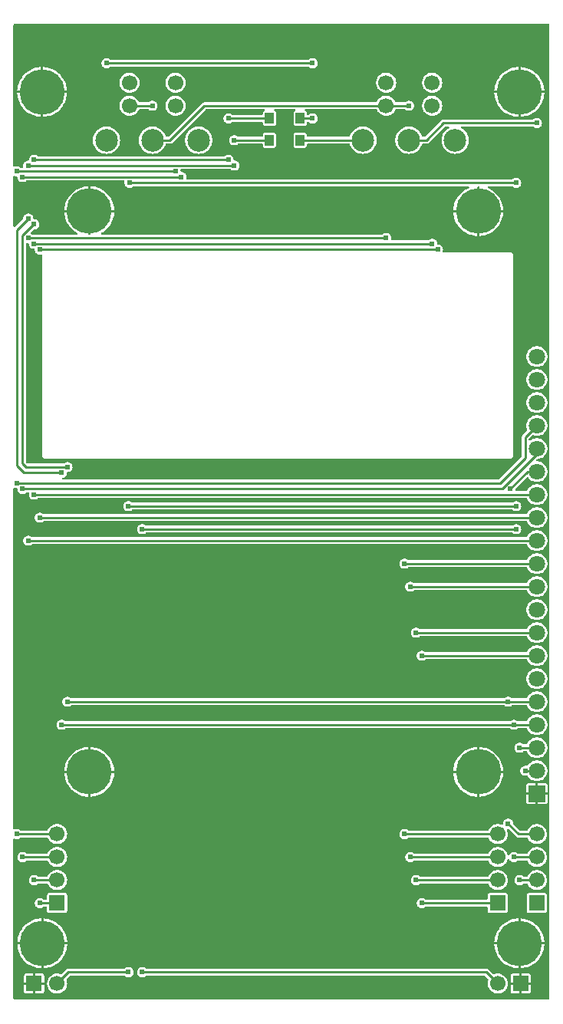
<source format=gbl>
G04 Layer: BottomLayer*
G04 EasyEDA v6.5.29, 2023-07-18 10:32:44*
G04 f0145a9d3cf84adf84608df9e98d150b,5a6b42c53f6a479593ecc07194224c93,10*
G04 Gerber Generator version 0.2*
G04 Scale: 100 percent, Rotated: No, Reflected: No *
G04 Dimensions in millimeters *
G04 leading zeros omitted , absolute positions ,4 integer and 5 decimal *
%FSLAX45Y45*%
%MOMM*%

%AMMACRO1*21,1,$1,$2,0,0,$3*%
%ADD10C,0.2540*%
%ADD11MACRO1,0.95X1.15X0.0000*%
%ADD12C,1.8000*%
%ADD13MACRO1,1.8X1.8X90.0000*%
%ADD14R,1.7000X1.7000*%
%ADD15C,1.7000*%
%ADD16C,5.0000*%
%ADD17C,2.5000*%
%ADD18C,0.6096*%
%ADD19C,0.0138*%

%LPD*%
G36*
X163068Y838708D02*
G01*
X159156Y839469D01*
X155905Y841705D01*
X153670Y844956D01*
X152908Y848868D01*
X152908Y2606649D01*
X153720Y2610612D01*
X156006Y2613964D01*
X159410Y2616149D01*
X163423Y2616809D01*
X167386Y2615844D01*
X171246Y2614066D01*
X180695Y2611526D01*
X190500Y2610662D01*
X200304Y2611526D01*
X209753Y2614066D01*
X218694Y2618181D01*
X226720Y2623820D01*
X228295Y2625394D01*
X231597Y2627630D01*
X235508Y2628392D01*
X524459Y2628392D01*
X528269Y2627630D01*
X531520Y2625547D01*
X533755Y2622346D01*
X536702Y2615692D01*
X544068Y2603550D01*
X552907Y2592425D01*
X563118Y2582570D01*
X574497Y2574086D01*
X586892Y2567076D01*
X600049Y2561742D01*
X613816Y2558135D01*
X627888Y2556357D01*
X642112Y2556357D01*
X656183Y2558135D01*
X669950Y2561742D01*
X683107Y2567076D01*
X695502Y2574086D01*
X706882Y2582570D01*
X717092Y2592425D01*
X725932Y2603550D01*
X733298Y2615692D01*
X739089Y2628696D01*
X743102Y2642311D01*
X745388Y2656332D01*
X745845Y2670556D01*
X744474Y2684678D01*
X741324Y2698546D01*
X736396Y2711856D01*
X729843Y2724454D01*
X721715Y2736138D01*
X712165Y2746654D01*
X701344Y2755849D01*
X689406Y2763621D01*
X676605Y2769768D01*
X663143Y2774238D01*
X649173Y2776982D01*
X635000Y2777896D01*
X620826Y2776982D01*
X606856Y2774238D01*
X593394Y2769768D01*
X580593Y2763621D01*
X568706Y2755849D01*
X557885Y2746654D01*
X548335Y2736138D01*
X540207Y2724505D01*
X533247Y2711094D01*
X530961Y2708198D01*
X527812Y2706268D01*
X524205Y2705608D01*
X235508Y2705608D01*
X231597Y2706370D01*
X228295Y2708605D01*
X226720Y2710180D01*
X218694Y2715818D01*
X209753Y2719933D01*
X200304Y2722473D01*
X190500Y2723337D01*
X180695Y2722473D01*
X171246Y2719933D01*
X167386Y2718155D01*
X163423Y2717190D01*
X159410Y2717850D01*
X156006Y2720035D01*
X153720Y2723388D01*
X152908Y2727350D01*
X152908Y6480098D01*
X153720Y6484112D01*
X156006Y6487414D01*
X159410Y6489598D01*
X163423Y6490258D01*
X167386Y6489344D01*
X171246Y6487515D01*
X180695Y6484975D01*
X188569Y6484315D01*
X191973Y6483400D01*
X194868Y6481368D01*
X196900Y6478473D01*
X197815Y6475069D01*
X198526Y6467195D01*
X201066Y6457696D01*
X205181Y6448806D01*
X210820Y6440728D01*
X217779Y6433820D01*
X225806Y6428181D01*
X234746Y6424015D01*
X244195Y6421475D01*
X254000Y6420612D01*
X263804Y6421475D01*
X273253Y6424015D01*
X282194Y6428181D01*
X290220Y6433820D01*
X291846Y6435394D01*
X295148Y6437630D01*
X299008Y6438392D01*
X316331Y6438392D01*
X319938Y6437731D01*
X323138Y6435801D01*
X325374Y6432854D01*
X326440Y6429298D01*
X326136Y6425590D01*
X325526Y6423253D01*
X324662Y6413449D01*
X325526Y6403695D01*
X328066Y6394196D01*
X332181Y6385306D01*
X337820Y6377228D01*
X344779Y6370320D01*
X352806Y6364681D01*
X361746Y6360515D01*
X371195Y6357975D01*
X381000Y6357112D01*
X390804Y6357975D01*
X400253Y6360515D01*
X409194Y6364681D01*
X417220Y6370320D01*
X418795Y6371894D01*
X422097Y6374079D01*
X426008Y6374841D01*
X5814872Y6374841D01*
X5818835Y6374079D01*
X5822137Y6371793D01*
X5824321Y6368440D01*
X5826048Y6364173D01*
X5833059Y6351371D01*
X5841593Y6339636D01*
X5851550Y6329019D01*
X5862777Y6319723D01*
X5875070Y6311950D01*
X5888228Y6305753D01*
X5902045Y6301232D01*
X5916371Y6298539D01*
X5930900Y6297625D01*
X5945428Y6298539D01*
X5959703Y6301232D01*
X5973521Y6305753D01*
X5986729Y6311950D01*
X5999022Y6319723D01*
X6010198Y6329019D01*
X6020155Y6339636D01*
X6028740Y6351371D01*
X6035751Y6364173D01*
X6041085Y6377686D01*
X6044742Y6391757D01*
X6046520Y6406235D01*
X6046520Y6420764D01*
X6044742Y6435191D01*
X6041085Y6449314D01*
X6035751Y6462826D01*
X6028740Y6475577D01*
X6020155Y6487363D01*
X6010198Y6497980D01*
X5999022Y6507226D01*
X5986729Y6515049D01*
X5973521Y6521246D01*
X5959703Y6525717D01*
X5945428Y6528460D01*
X5930900Y6529374D01*
X5916371Y6528460D01*
X5902045Y6525717D01*
X5888228Y6521246D01*
X5875070Y6515049D01*
X5862777Y6507226D01*
X5851550Y6497980D01*
X5841593Y6487363D01*
X5833059Y6475577D01*
X5826048Y6462826D01*
X5824321Y6458508D01*
X5822137Y6455156D01*
X5818784Y6452870D01*
X5814872Y6452057D01*
X5703468Y6452057D01*
X5699861Y6452768D01*
X5696712Y6454698D01*
X5694426Y6457645D01*
X5693359Y6461201D01*
X5693664Y6464858D01*
X5694273Y6467195D01*
X5694984Y6475222D01*
X5695899Y6478625D01*
X5697931Y6481521D01*
X5819902Y6603492D01*
X5823559Y6605828D01*
X5827877Y6606438D01*
X5832043Y6605168D01*
X5835294Y6602272D01*
X5841593Y6593636D01*
X5851550Y6583019D01*
X5862777Y6573723D01*
X5875070Y6565950D01*
X5888228Y6559753D01*
X5902045Y6555231D01*
X5916371Y6552539D01*
X5930900Y6551625D01*
X5945428Y6552539D01*
X5959703Y6555231D01*
X5973521Y6559753D01*
X5986729Y6565950D01*
X5999022Y6573723D01*
X6010198Y6583019D01*
X6020155Y6593636D01*
X6028740Y6605371D01*
X6035751Y6618173D01*
X6041085Y6631686D01*
X6044742Y6645757D01*
X6046520Y6660235D01*
X6046520Y6674764D01*
X6044742Y6689191D01*
X6041085Y6703314D01*
X6035751Y6716826D01*
X6028740Y6729577D01*
X6020155Y6741363D01*
X6010198Y6751980D01*
X5999022Y6761225D01*
X5986729Y6769049D01*
X5973521Y6775246D01*
X5959703Y6779717D01*
X5945428Y6782460D01*
X5934506Y6783171D01*
X5930798Y6784136D01*
X5927699Y6786422D01*
X5925667Y6789724D01*
X5925007Y6793484D01*
X5925820Y6797294D01*
X5927953Y6800494D01*
X5930544Y6803034D01*
X5933541Y6805117D01*
X5937097Y6805980D01*
X5945428Y6806539D01*
X5959703Y6809231D01*
X5973521Y6813753D01*
X5986729Y6819950D01*
X5999022Y6827723D01*
X6010198Y6837019D01*
X6020155Y6847636D01*
X6028740Y6859371D01*
X6035751Y6872173D01*
X6041085Y6885686D01*
X6044742Y6899757D01*
X6046520Y6914235D01*
X6046520Y6928764D01*
X6044742Y6943191D01*
X6041085Y6957314D01*
X6035751Y6970826D01*
X6028740Y6983577D01*
X6020155Y6995363D01*
X6010198Y7005980D01*
X5999022Y7015225D01*
X5986729Y7023049D01*
X5973521Y7029246D01*
X5959703Y7033717D01*
X5945428Y7036460D01*
X5930900Y7037374D01*
X5916371Y7036460D01*
X5902045Y7033717D01*
X5888228Y7029246D01*
X5875070Y7023049D01*
X5862777Y7015225D01*
X5859119Y7012228D01*
X5855817Y7010400D01*
X5852007Y7009942D01*
X5848350Y7010908D01*
X5845251Y7013143D01*
X5843219Y7016343D01*
X5842508Y7020102D01*
X5842508Y7028281D01*
X5843270Y7032193D01*
X5845505Y7035495D01*
X5876036Y7066025D01*
X5879490Y7068312D01*
X5883554Y7069023D01*
X5888228Y7067753D01*
X5902045Y7063231D01*
X5916371Y7060539D01*
X5930900Y7059625D01*
X5945428Y7060539D01*
X5959703Y7063231D01*
X5973521Y7067753D01*
X5986729Y7073950D01*
X5999022Y7081723D01*
X6010198Y7091019D01*
X6020155Y7101636D01*
X6028740Y7113371D01*
X6035751Y7126173D01*
X6041085Y7139686D01*
X6044742Y7153757D01*
X6046520Y7168235D01*
X6046520Y7182764D01*
X6044742Y7197191D01*
X6041085Y7211314D01*
X6035751Y7224826D01*
X6028740Y7237577D01*
X6020155Y7249363D01*
X6010198Y7259980D01*
X5999022Y7269225D01*
X5986729Y7277049D01*
X5973521Y7283246D01*
X5959703Y7287717D01*
X5945428Y7290460D01*
X5930900Y7291374D01*
X5916371Y7290460D01*
X5902045Y7287717D01*
X5888228Y7283246D01*
X5875070Y7277049D01*
X5862777Y7269225D01*
X5851550Y7259980D01*
X5841593Y7249363D01*
X5833059Y7237577D01*
X5826048Y7224826D01*
X5820664Y7211314D01*
X5817057Y7197191D01*
X5815228Y7182764D01*
X5815228Y7168235D01*
X5817057Y7153757D01*
X5820664Y7139686D01*
X5823813Y7131710D01*
X5824524Y7127849D01*
X5823762Y7124039D01*
X5821578Y7120788D01*
X5776976Y7076135D01*
X5771845Y7069937D01*
X5768289Y7063231D01*
X5766104Y7056018D01*
X5765292Y7047992D01*
X5765292Y6840118D01*
X5764530Y6836206D01*
X5762294Y6832904D01*
X5511495Y6582105D01*
X5508193Y6579870D01*
X5504281Y6579108D01*
X697484Y6579108D01*
X693420Y6579971D01*
X690016Y6582359D01*
X687882Y6585915D01*
X687324Y6590030D01*
X688492Y6593992D01*
X691134Y6597192D01*
X694842Y6599072D01*
X705053Y6601815D01*
X713994Y6605981D01*
X722020Y6611620D01*
X728980Y6618528D01*
X734618Y6626606D01*
X738733Y6635496D01*
X741273Y6644995D01*
X741984Y6652869D01*
X742899Y6656273D01*
X744931Y6659168D01*
X747826Y6661200D01*
X751230Y6662115D01*
X759104Y6662775D01*
X768553Y6665315D01*
X777494Y6669481D01*
X785520Y6675120D01*
X792480Y6682028D01*
X798118Y6690106D01*
X802233Y6698996D01*
X804773Y6708495D01*
X805637Y6718249D01*
X804773Y6728053D01*
X802233Y6737553D01*
X798118Y6746443D01*
X792480Y6754520D01*
X785520Y6761429D01*
X777494Y6767068D01*
X768553Y6771233D01*
X759104Y6773773D01*
X749300Y6774637D01*
X739495Y6773773D01*
X730046Y6771233D01*
X721106Y6767068D01*
X713079Y6761429D01*
X711504Y6759905D01*
X708202Y6757670D01*
X704342Y6756908D01*
X312318Y6756908D01*
X308406Y6757670D01*
X305104Y6759905D01*
X295605Y6769404D01*
X293370Y6772706D01*
X292608Y6776618D01*
X292608Y9180880D01*
X293268Y9184538D01*
X295198Y9187688D01*
X298145Y9189923D01*
X301701Y9190990D01*
X305409Y9190685D01*
X307695Y9190075D01*
X315569Y9189415D01*
X318973Y9188500D01*
X321868Y9186468D01*
X323900Y9183573D01*
X324815Y9180169D01*
X325526Y9172295D01*
X328066Y9162796D01*
X332181Y9153906D01*
X337820Y9145828D01*
X344779Y9138920D01*
X352806Y9133281D01*
X361746Y9129115D01*
X371195Y9126575D01*
X379069Y9125915D01*
X382473Y9125000D01*
X385368Y9122968D01*
X387400Y9120073D01*
X388315Y9116669D01*
X389026Y9108795D01*
X391566Y9099296D01*
X395681Y9090406D01*
X401320Y9082328D01*
X408279Y9075420D01*
X416306Y9069781D01*
X425246Y9065615D01*
X434695Y9063075D01*
X444500Y9062212D01*
X454304Y9063075D01*
X460197Y9064650D01*
X463905Y9064955D01*
X467461Y9063888D01*
X470408Y9061653D01*
X472338Y9058503D01*
X472998Y9054846D01*
X472998Y6838797D01*
X473709Y6832447D01*
X475640Y6827012D01*
X478688Y6822084D01*
X482803Y6818020D01*
X487680Y6814921D01*
X493166Y6812991D01*
X499465Y6812280D01*
X5641848Y6812280D01*
X5648147Y6812991D01*
X5653633Y6814921D01*
X5658510Y6818020D01*
X5662625Y6822084D01*
X5665673Y6827012D01*
X5667603Y6832447D01*
X5668314Y6838797D01*
X5668314Y9060129D01*
X5667603Y9066479D01*
X5665673Y9071914D01*
X5662625Y9076842D01*
X5658510Y9080906D01*
X5653633Y9084005D01*
X5648147Y9085884D01*
X5641848Y9086596D01*
X4901488Y9086596D01*
X4897831Y9087307D01*
X4894681Y9089237D01*
X4892446Y9092184D01*
X4891379Y9095689D01*
X4891684Y9099397D01*
X4894173Y9108795D01*
X4895037Y9118549D01*
X4894173Y9128353D01*
X4891633Y9137853D01*
X4887518Y9146743D01*
X4881880Y9154820D01*
X4874920Y9161729D01*
X4866894Y9167368D01*
X4857953Y9171533D01*
X4848504Y9174073D01*
X4840630Y9174734D01*
X4837226Y9175648D01*
X4834331Y9177680D01*
X4832299Y9180576D01*
X4831384Y9183979D01*
X4830673Y9191853D01*
X4828133Y9201353D01*
X4824018Y9210243D01*
X4818380Y9218320D01*
X4811420Y9225229D01*
X4803394Y9230868D01*
X4794453Y9235033D01*
X4785004Y9237573D01*
X4775200Y9238437D01*
X4765395Y9237573D01*
X4755946Y9235033D01*
X4747006Y9230868D01*
X4738979Y9225229D01*
X4737404Y9223654D01*
X4734102Y9221470D01*
X4730191Y9220657D01*
X4331868Y9220657D01*
X4328261Y9221368D01*
X4325112Y9223298D01*
X4322826Y9226245D01*
X4321759Y9229801D01*
X4322064Y9233458D01*
X4322673Y9235795D01*
X4323537Y9245549D01*
X4322673Y9255353D01*
X4320133Y9264853D01*
X4316018Y9273743D01*
X4310380Y9281820D01*
X4303420Y9288729D01*
X4295394Y9294368D01*
X4286453Y9298533D01*
X4277004Y9301073D01*
X4267200Y9301937D01*
X4257395Y9301073D01*
X4247946Y9298533D01*
X4239006Y9294368D01*
X4230979Y9288729D01*
X4229404Y9287154D01*
X4226102Y9284970D01*
X4222191Y9284157D01*
X1131011Y9284157D01*
X1126744Y9285122D01*
X1123238Y9287814D01*
X1121206Y9291726D01*
X1121003Y9296095D01*
X1122680Y9300159D01*
X1125931Y9303156D01*
X1138428Y9310370D01*
X1157427Y9323527D01*
X1175207Y9338259D01*
X1191717Y9354464D01*
X1206804Y9371939D01*
X1220419Y9390634D01*
X1232357Y9410395D01*
X1242669Y9431070D01*
X1251153Y9452559D01*
X1257808Y9474708D01*
X1262634Y9497314D01*
X1265529Y9520224D01*
X1265986Y9530588D01*
X1003300Y9530588D01*
X1003300Y9294317D01*
X1002537Y9290456D01*
X1000302Y9287154D01*
X997051Y9284970D01*
X993140Y9284157D01*
X988060Y9284157D01*
X984148Y9284970D01*
X980897Y9287154D01*
X978662Y9290456D01*
X977900Y9294317D01*
X977900Y9530588D01*
X715060Y9530588D01*
X716889Y9508744D01*
X720750Y9485934D01*
X726490Y9463582D01*
X734060Y9441738D01*
X743458Y9420656D01*
X754583Y9400387D01*
X767384Y9381134D01*
X781761Y9363049D01*
X797560Y9346184D01*
X814730Y9330740D01*
X833119Y9316770D01*
X852627Y9304375D01*
X854608Y9303359D01*
X858012Y9300464D01*
X859840Y9296400D01*
X859790Y9291929D01*
X857758Y9287916D01*
X854252Y9285173D01*
X849884Y9284157D01*
X362508Y9284157D01*
X358597Y9284970D01*
X355295Y9287154D01*
X353720Y9288729D01*
X347522Y9293047D01*
X344576Y9296298D01*
X343255Y9300514D01*
X343814Y9304883D01*
X346202Y9308592D01*
X376428Y9338818D01*
X379323Y9340850D01*
X382727Y9341764D01*
X390804Y9342475D01*
X400253Y9345015D01*
X409194Y9349181D01*
X417220Y9354820D01*
X424180Y9361728D01*
X429818Y9369806D01*
X433933Y9378696D01*
X436473Y9388195D01*
X437337Y9397949D01*
X436473Y9407753D01*
X433933Y9417253D01*
X429818Y9426143D01*
X424180Y9434220D01*
X417220Y9441129D01*
X409194Y9446768D01*
X400253Y9450933D01*
X390804Y9453473D01*
X382930Y9454134D01*
X379526Y9455048D01*
X376631Y9457080D01*
X374599Y9459976D01*
X373684Y9463379D01*
X372973Y9471253D01*
X370433Y9480753D01*
X366318Y9489643D01*
X360680Y9497720D01*
X353720Y9504629D01*
X345694Y9510268D01*
X336753Y9514433D01*
X327304Y9516973D01*
X317500Y9517837D01*
X307695Y9516973D01*
X298246Y9514433D01*
X289306Y9510268D01*
X281279Y9504629D01*
X274320Y9497720D01*
X268681Y9489643D01*
X264566Y9480753D01*
X262026Y9471253D01*
X261315Y9463227D01*
X260400Y9459823D01*
X258368Y9456928D01*
X170230Y9368840D01*
X166979Y9366656D01*
X163068Y9365843D01*
X159156Y9366656D01*
X155905Y9368840D01*
X153670Y9372142D01*
X152908Y9376003D01*
X152908Y9921798D01*
X153720Y9925812D01*
X156006Y9929114D01*
X159410Y9931298D01*
X163423Y9931958D01*
X167386Y9931044D01*
X171246Y9929215D01*
X180695Y9926675D01*
X188569Y9926015D01*
X191973Y9925100D01*
X194868Y9923068D01*
X196900Y9920173D01*
X197815Y9916769D01*
X198526Y9908895D01*
X201066Y9899396D01*
X205181Y9890506D01*
X210820Y9882428D01*
X217779Y9875520D01*
X225806Y9869881D01*
X234746Y9865715D01*
X244195Y9863175D01*
X254000Y9862312D01*
X263804Y9863175D01*
X273253Y9865715D01*
X282194Y9869881D01*
X290220Y9875520D01*
X291795Y9877094D01*
X295097Y9879279D01*
X299008Y9880041D01*
X1370431Y9880041D01*
X1374038Y9879380D01*
X1377188Y9877450D01*
X1379474Y9874504D01*
X1380540Y9870948D01*
X1380236Y9867290D01*
X1379626Y9864953D01*
X1378762Y9855149D01*
X1379626Y9845395D01*
X1382166Y9835896D01*
X1386281Y9827006D01*
X1391920Y9818928D01*
X1398879Y9812020D01*
X1406906Y9806381D01*
X1415846Y9802215D01*
X1425295Y9799675D01*
X1435100Y9798812D01*
X1444904Y9799675D01*
X1454353Y9802215D01*
X1463294Y9806381D01*
X1471320Y9812020D01*
X1472895Y9813594D01*
X1476197Y9815779D01*
X1480108Y9816541D01*
X5173522Y9816541D01*
X5177434Y9815779D01*
X5180685Y9813594D01*
X5182920Y9810292D01*
X5183682Y9806432D01*
X5182920Y9802571D01*
X5180736Y9799269D01*
X5177485Y9797034D01*
X5167731Y9792970D01*
X5147259Y9782251D01*
X5127752Y9769856D01*
X5109362Y9755886D01*
X5092192Y9740442D01*
X5076342Y9723577D01*
X5062016Y9705492D01*
X5049215Y9686239D01*
X5038090Y9665970D01*
X5028692Y9644888D01*
X5021072Y9623044D01*
X5015331Y9600692D01*
X5011470Y9577882D01*
X5009642Y9555988D01*
X5272481Y9555988D01*
X5272481Y9806381D01*
X5273294Y9810292D01*
X5275478Y9813594D01*
X5278780Y9815779D01*
X5282641Y9816541D01*
X5287721Y9816541D01*
X5291632Y9815779D01*
X5294934Y9813594D01*
X5297119Y9810292D01*
X5297881Y9806381D01*
X5297881Y9555988D01*
X5560568Y9555988D01*
X5560110Y9566402D01*
X5557215Y9589312D01*
X5552440Y9611918D01*
X5545734Y9634016D01*
X5537250Y9655505D01*
X5526989Y9676231D01*
X5515000Y9695992D01*
X5501436Y9714687D01*
X5486349Y9732162D01*
X5469839Y9748316D01*
X5452008Y9763048D01*
X5433060Y9776256D01*
X5413044Y9787788D01*
X5393029Y9797237D01*
X5389880Y9799523D01*
X5387848Y9802825D01*
X5387187Y9806686D01*
X5388051Y9810496D01*
X5390286Y9813696D01*
X5393537Y9815830D01*
X5397347Y9816541D01*
X5657291Y9816541D01*
X5661202Y9815779D01*
X5664504Y9813594D01*
X5666079Y9812020D01*
X5674106Y9806381D01*
X5683046Y9802215D01*
X5692495Y9799675D01*
X5702300Y9798812D01*
X5712104Y9799675D01*
X5721553Y9802215D01*
X5730494Y9806381D01*
X5738520Y9812020D01*
X5745480Y9818928D01*
X5751118Y9827006D01*
X5755233Y9835896D01*
X5757773Y9845395D01*
X5758637Y9855149D01*
X5757773Y9864953D01*
X5755233Y9874453D01*
X5751118Y9883343D01*
X5745480Y9891420D01*
X5738520Y9898329D01*
X5730494Y9903968D01*
X5721553Y9908133D01*
X5712104Y9910673D01*
X5702300Y9911537D01*
X5692495Y9910673D01*
X5683046Y9908133D01*
X5674106Y9903968D01*
X5666079Y9898329D01*
X5664504Y9896754D01*
X5661202Y9894570D01*
X5657291Y9893757D01*
X2071268Y9893757D01*
X2067661Y9894468D01*
X2064512Y9896398D01*
X2062225Y9899345D01*
X2061159Y9902901D01*
X2061464Y9906558D01*
X2062073Y9908895D01*
X2062937Y9918649D01*
X2062073Y9928453D01*
X2059533Y9937953D01*
X2055418Y9946843D01*
X2049780Y9954920D01*
X2042820Y9961829D01*
X2034793Y9967468D01*
X2025853Y9971633D01*
X2016404Y9974173D01*
X2008530Y9974834D01*
X2005126Y9975748D01*
X2002231Y9977780D01*
X2000199Y9980676D01*
X1999284Y9984079D01*
X1998573Y9991953D01*
X1997964Y9994290D01*
X1997659Y9997998D01*
X1998725Y10001504D01*
X2000961Y10004450D01*
X2004161Y10006380D01*
X2007768Y10007092D01*
X2545791Y10007092D01*
X2549702Y10006279D01*
X2553004Y10004094D01*
X2554579Y10002520D01*
X2562606Y9996881D01*
X2571546Y9992715D01*
X2580995Y9990175D01*
X2590800Y9989312D01*
X2600604Y9990175D01*
X2610053Y9992715D01*
X2618994Y9996881D01*
X2627020Y10002520D01*
X2633980Y10009428D01*
X2639618Y10017506D01*
X2643733Y10026396D01*
X2646273Y10035895D01*
X2647137Y10045649D01*
X2646273Y10055453D01*
X2643733Y10064953D01*
X2639618Y10073843D01*
X2633980Y10081920D01*
X2627020Y10088829D01*
X2618994Y10094468D01*
X2610053Y10098633D01*
X2600604Y10101173D01*
X2592730Y10101834D01*
X2589326Y10102748D01*
X2586431Y10104780D01*
X2584399Y10107676D01*
X2583484Y10111079D01*
X2582773Y10118953D01*
X2580233Y10128453D01*
X2576118Y10137343D01*
X2570480Y10145420D01*
X2563520Y10152329D01*
X2555494Y10157968D01*
X2546553Y10162133D01*
X2537104Y10164673D01*
X2527300Y10165537D01*
X2517495Y10164673D01*
X2508046Y10162133D01*
X2499106Y10157968D01*
X2491079Y10152329D01*
X2489504Y10150754D01*
X2486202Y10148570D01*
X2482342Y10147808D01*
X425958Y10147808D01*
X422097Y10148570D01*
X418795Y10150754D01*
X417220Y10152329D01*
X409194Y10157968D01*
X400253Y10162133D01*
X390804Y10164673D01*
X381000Y10165537D01*
X371195Y10164673D01*
X361746Y10162133D01*
X352806Y10157968D01*
X344779Y10152329D01*
X337820Y10145420D01*
X332181Y10137343D01*
X328066Y10128453D01*
X325526Y10118953D01*
X324815Y10111079D01*
X323900Y10107676D01*
X321868Y10104780D01*
X318973Y10102748D01*
X315569Y10101834D01*
X307695Y10101173D01*
X298246Y10098633D01*
X289306Y10094468D01*
X281279Y10088829D01*
X274320Y10081920D01*
X268681Y10073843D01*
X264566Y10064953D01*
X262026Y10055453D01*
X261162Y10045649D01*
X262026Y10035895D01*
X262636Y10033558D01*
X262940Y10029901D01*
X261874Y10026345D01*
X259588Y10023398D01*
X256438Y10021468D01*
X252831Y10020757D01*
X235508Y10020757D01*
X231597Y10021570D01*
X228295Y10023754D01*
X226720Y10025329D01*
X218694Y10030968D01*
X209753Y10035133D01*
X200304Y10037673D01*
X190500Y10038537D01*
X180695Y10037673D01*
X171246Y10035133D01*
X167386Y10033304D01*
X163423Y10032390D01*
X159410Y10033050D01*
X156006Y10035235D01*
X153720Y10038537D01*
X152908Y10042550D01*
X152908Y11597132D01*
X153670Y11601043D01*
X155905Y11604294D01*
X159156Y11606530D01*
X163068Y11607292D01*
X6059932Y11607292D01*
X6063843Y11606530D01*
X6067094Y11604294D01*
X6069330Y11601043D01*
X6070092Y11597132D01*
X6070092Y848868D01*
X6069330Y844956D01*
X6067094Y841705D01*
X6063843Y839469D01*
X6059932Y838708D01*
G37*

%LPC*%
G36*
X5930900Y5027625D02*
G01*
X5945428Y5028539D01*
X5959703Y5031232D01*
X5973521Y5035753D01*
X5986729Y5041950D01*
X5999022Y5049723D01*
X6010198Y5059019D01*
X6020155Y5069636D01*
X6028740Y5081371D01*
X6035751Y5094173D01*
X6041085Y5107686D01*
X6044742Y5121757D01*
X6046520Y5136235D01*
X6046520Y5150764D01*
X6044742Y5165191D01*
X6041085Y5179314D01*
X6035751Y5192826D01*
X6028740Y5205577D01*
X6020155Y5217363D01*
X6010198Y5227980D01*
X5999022Y5237226D01*
X5986729Y5245049D01*
X5973521Y5251246D01*
X5959703Y5255717D01*
X5945428Y5258460D01*
X5930900Y5259374D01*
X5916371Y5258460D01*
X5902045Y5255717D01*
X5888228Y5251246D01*
X5875070Y5245049D01*
X5862777Y5237226D01*
X5851550Y5227980D01*
X5841593Y5217363D01*
X5833059Y5205577D01*
X5826048Y5192826D01*
X5820664Y5179314D01*
X5817057Y5165191D01*
X5815228Y5150764D01*
X5815228Y5136235D01*
X5817057Y5121757D01*
X5820664Y5107686D01*
X5826048Y5094173D01*
X5833059Y5081371D01*
X5841593Y5069636D01*
X5851550Y5059019D01*
X5862777Y5049723D01*
X5875070Y5041950D01*
X5888228Y5035753D01*
X5902045Y5031232D01*
X5916371Y5028539D01*
G37*
G36*
X296570Y905103D02*
G01*
X368300Y905103D01*
X368300Y1003300D01*
X270103Y1003300D01*
X270103Y931570D01*
X270814Y925271D01*
X272694Y919784D01*
X275793Y914908D01*
X279908Y910793D01*
X284784Y907694D01*
X290271Y905814D01*
G37*
G36*
X5668670Y905103D02*
G01*
X5740400Y905103D01*
X5740400Y1003300D01*
X5642203Y1003300D01*
X5642203Y931570D01*
X5642914Y925271D01*
X5644794Y919784D01*
X5647893Y914908D01*
X5651957Y910793D01*
X5656884Y907694D01*
X5662320Y905814D01*
G37*
G36*
X5765800Y905103D02*
G01*
X5837529Y905103D01*
X5843828Y905814D01*
X5849315Y907694D01*
X5854192Y910793D01*
X5858306Y914908D01*
X5861354Y919784D01*
X5863285Y925271D01*
X5863996Y931570D01*
X5863996Y1003300D01*
X5765800Y1003300D01*
G37*
G36*
X638556Y905154D02*
G01*
X652678Y906526D01*
X666546Y909675D01*
X679907Y914603D01*
X692505Y921156D01*
X704138Y929284D01*
X714654Y938834D01*
X723849Y949655D01*
X731621Y961593D01*
X737768Y974394D01*
X742238Y987856D01*
X744982Y1001826D01*
X745896Y1016000D01*
X744982Y1030173D01*
X742238Y1044143D01*
X738124Y1056589D01*
X737616Y1060297D01*
X738479Y1063904D01*
X740562Y1066952D01*
X775004Y1101394D01*
X778306Y1103630D01*
X782218Y1104392D01*
X1377391Y1104392D01*
X1381302Y1103630D01*
X1384604Y1101394D01*
X1386179Y1099820D01*
X1394206Y1094181D01*
X1403146Y1090066D01*
X1412595Y1087526D01*
X1422400Y1086662D01*
X1432204Y1087526D01*
X1441653Y1090066D01*
X1450594Y1094181D01*
X1458620Y1099820D01*
X1465580Y1106779D01*
X1471218Y1114806D01*
X1475333Y1123746D01*
X1477873Y1133195D01*
X1478737Y1143000D01*
X1477873Y1152804D01*
X1475333Y1162253D01*
X1471218Y1171194D01*
X1465580Y1179220D01*
X1458620Y1186180D01*
X1450594Y1191818D01*
X1441653Y1195933D01*
X1432204Y1198473D01*
X1422400Y1199337D01*
X1412595Y1198473D01*
X1403146Y1195933D01*
X1394206Y1191818D01*
X1386179Y1186180D01*
X1384604Y1184605D01*
X1381302Y1182370D01*
X1377391Y1181608D01*
X762508Y1181608D01*
X754481Y1180795D01*
X747268Y1178610D01*
X740562Y1175054D01*
X734364Y1169924D01*
X685901Y1121460D01*
X682701Y1119327D01*
X678942Y1118514D01*
X675182Y1119124D01*
X666546Y1122324D01*
X652678Y1125474D01*
X638556Y1126845D01*
X624332Y1126388D01*
X610311Y1124102D01*
X596696Y1120038D01*
X583692Y1114298D01*
X571550Y1106932D01*
X560425Y1098092D01*
X550570Y1087882D01*
X542086Y1076502D01*
X535076Y1064107D01*
X529742Y1050950D01*
X526135Y1037183D01*
X524357Y1023112D01*
X524357Y1008887D01*
X526135Y994816D01*
X529742Y981049D01*
X535076Y967892D01*
X542086Y955497D01*
X550570Y944118D01*
X560425Y933907D01*
X571550Y925068D01*
X583692Y917702D01*
X596696Y911910D01*
X610311Y907897D01*
X624332Y905611D01*
G37*
G36*
X5495544Y905154D02*
G01*
X5509717Y905611D01*
X5523788Y907897D01*
X5537403Y911910D01*
X5550357Y917702D01*
X5562549Y925068D01*
X5573623Y933907D01*
X5583529Y944118D01*
X5592013Y955497D01*
X5598972Y967892D01*
X5604306Y981049D01*
X5607913Y994816D01*
X5609742Y1008887D01*
X5609742Y1023112D01*
X5607913Y1037183D01*
X5604306Y1050950D01*
X5598972Y1064107D01*
X5592013Y1076502D01*
X5583529Y1087882D01*
X5573623Y1098092D01*
X5562549Y1106932D01*
X5550357Y1114298D01*
X5537403Y1120038D01*
X5523788Y1124102D01*
X5509717Y1126388D01*
X5495544Y1126845D01*
X5481370Y1125474D01*
X5467553Y1122324D01*
X5458917Y1119124D01*
X5455107Y1118514D01*
X5451398Y1119327D01*
X5448198Y1121460D01*
X5399735Y1169924D01*
X5393486Y1175054D01*
X5386832Y1178610D01*
X5379618Y1180795D01*
X5371592Y1181608D01*
X1619808Y1181608D01*
X1615897Y1182370D01*
X1612595Y1184605D01*
X1611020Y1186180D01*
X1602994Y1191818D01*
X1594053Y1195933D01*
X1584604Y1198473D01*
X1574800Y1199337D01*
X1564995Y1198473D01*
X1555546Y1195933D01*
X1546606Y1191818D01*
X1538579Y1186180D01*
X1531620Y1179220D01*
X1525981Y1171194D01*
X1521866Y1162253D01*
X1519326Y1152804D01*
X1518462Y1143000D01*
X1519326Y1133195D01*
X1521866Y1123746D01*
X1525981Y1114806D01*
X1531620Y1106779D01*
X1538579Y1099820D01*
X1546606Y1094181D01*
X1555546Y1090066D01*
X1564995Y1087526D01*
X1574800Y1086662D01*
X1584604Y1087526D01*
X1594053Y1090066D01*
X1602994Y1094181D01*
X1611020Y1099820D01*
X1612595Y1101394D01*
X1615897Y1103630D01*
X1619808Y1104392D01*
X5351881Y1104392D01*
X5355793Y1103630D01*
X5359095Y1101394D01*
X5393486Y1066952D01*
X5395620Y1063904D01*
X5396484Y1060297D01*
X5395976Y1056589D01*
X5391810Y1044143D01*
X5389118Y1030173D01*
X5388203Y1016000D01*
X5389118Y1001826D01*
X5391810Y987856D01*
X5396331Y974394D01*
X5402478Y961593D01*
X5410200Y949655D01*
X5419445Y938834D01*
X5429961Y929284D01*
X5441594Y921156D01*
X5454192Y914603D01*
X5467553Y909675D01*
X5481370Y906526D01*
G37*
G36*
X393700Y1028700D02*
G01*
X491896Y1028700D01*
X491896Y1100429D01*
X491185Y1106728D01*
X489305Y1112215D01*
X486206Y1117092D01*
X482092Y1121206D01*
X477215Y1124305D01*
X471728Y1126185D01*
X465429Y1126896D01*
X393700Y1126896D01*
G37*
G36*
X270103Y1028700D02*
G01*
X368300Y1028700D01*
X368300Y1126896D01*
X296570Y1126896D01*
X290271Y1126185D01*
X284784Y1124305D01*
X279908Y1121206D01*
X275793Y1117092D01*
X272694Y1112215D01*
X270814Y1106728D01*
X270103Y1100429D01*
G37*
G36*
X5642203Y1028700D02*
G01*
X5740400Y1028700D01*
X5740400Y1126896D01*
X5668670Y1126896D01*
X5662320Y1126185D01*
X5656884Y1124305D01*
X5651957Y1121206D01*
X5647893Y1117092D01*
X5644794Y1112215D01*
X5642914Y1106728D01*
X5642203Y1100429D01*
G37*
G36*
X5765800Y1028700D02*
G01*
X5863996Y1028700D01*
X5863996Y1100429D01*
X5863285Y1106728D01*
X5861354Y1112215D01*
X5858306Y1117092D01*
X5854192Y1121206D01*
X5849315Y1124305D01*
X5843828Y1126185D01*
X5837529Y1126896D01*
X5765800Y1126896D01*
G37*
G36*
X1181100Y11119612D02*
G01*
X1190904Y11120475D01*
X1200353Y11123015D01*
X1209294Y11127181D01*
X1217320Y11132820D01*
X1218895Y11134394D01*
X1222197Y11136579D01*
X1226108Y11137341D01*
X3409391Y11137341D01*
X3413302Y11136579D01*
X3416604Y11134394D01*
X3418179Y11132820D01*
X3426206Y11127181D01*
X3435146Y11123015D01*
X3444595Y11120475D01*
X3454400Y11119612D01*
X3464204Y11120475D01*
X3473653Y11123015D01*
X3482594Y11127181D01*
X3490620Y11132820D01*
X3497579Y11139728D01*
X3503218Y11147806D01*
X3507333Y11156696D01*
X3509873Y11166195D01*
X3510737Y11175949D01*
X3509873Y11185753D01*
X3507333Y11195253D01*
X3503218Y11204143D01*
X3497579Y11212220D01*
X3490620Y11219129D01*
X3482594Y11224768D01*
X3473653Y11228933D01*
X3464204Y11231473D01*
X3454400Y11232337D01*
X3444595Y11231473D01*
X3435146Y11228933D01*
X3426206Y11224768D01*
X3418179Y11219129D01*
X3416604Y11217554D01*
X3413302Y11215370D01*
X3409391Y11214557D01*
X1226108Y11214557D01*
X1222197Y11215370D01*
X1218895Y11217554D01*
X1217320Y11219129D01*
X1209294Y11224768D01*
X1200353Y11228933D01*
X1190904Y11231473D01*
X1181100Y11232337D01*
X1171295Y11231473D01*
X1161846Y11228933D01*
X1152906Y11224768D01*
X1144879Y11219129D01*
X1137920Y11212220D01*
X1132281Y11204143D01*
X1128166Y11195253D01*
X1125626Y11185753D01*
X1124762Y11175949D01*
X1125626Y11166195D01*
X1128166Y11156696D01*
X1132281Y11147806D01*
X1137920Y11139728D01*
X1144879Y11132820D01*
X1152906Y11127181D01*
X1161846Y11123015D01*
X1171295Y11120475D01*
G37*
G36*
X194360Y10871200D02*
G01*
X457200Y10871200D01*
X457200Y11133886D01*
X441045Y11132870D01*
X418185Y11129518D01*
X395681Y11124234D01*
X373735Y11117072D01*
X352450Y11108131D01*
X331927Y11097412D01*
X312420Y11085068D01*
X294030Y11071098D01*
X276860Y11055604D01*
X261061Y11038789D01*
X246684Y11020653D01*
X233883Y11001400D01*
X222758Y10981182D01*
X213360Y10960049D01*
X205790Y10938256D01*
X200050Y10915853D01*
X196189Y10893094D01*
G37*
G36*
X5461609Y10871200D02*
G01*
X5724499Y10871200D01*
X5724499Y11133886D01*
X5708345Y11132870D01*
X5685485Y11129518D01*
X5662980Y11124234D01*
X5641035Y11117072D01*
X5619699Y11108131D01*
X5599226Y11097412D01*
X5579719Y11085068D01*
X5561330Y11071098D01*
X5544159Y11055604D01*
X5528360Y11038789D01*
X5513984Y11020653D01*
X5501182Y11001400D01*
X5490057Y10981182D01*
X5480659Y10960049D01*
X5473090Y10938256D01*
X5467350Y10915853D01*
X5463489Y10893094D01*
G37*
G36*
X482600Y10871200D02*
G01*
X745286Y10871200D01*
X744829Y10881563D01*
X741934Y10904524D01*
X737108Y10927130D01*
X730453Y10949228D01*
X721969Y10970717D01*
X711657Y10991392D01*
X699719Y11011204D01*
X686104Y11029848D01*
X671017Y11047374D01*
X654507Y11063528D01*
X636727Y11078260D01*
X617728Y11091468D01*
X597712Y11103000D01*
X576834Y11112855D01*
X555142Y11120882D01*
X532892Y11127130D01*
X510184Y11131448D01*
X487222Y11133836D01*
X482600Y11133937D01*
G37*
G36*
X5749899Y1185062D02*
G01*
X5754522Y1185164D01*
X5777484Y1187551D01*
X5800191Y1191920D01*
X5822442Y1198118D01*
X5844133Y1206144D01*
X5865012Y1215999D01*
X5885027Y1227582D01*
X5904026Y1240739D01*
X5921806Y1255471D01*
X5938316Y1271625D01*
X5953404Y1289151D01*
X5967018Y1307846D01*
X5978956Y1327607D01*
X5989218Y1348282D01*
X5997752Y1369771D01*
X6004407Y1391920D01*
X6009233Y1414475D01*
X6012129Y1437436D01*
X6012535Y1447800D01*
X5749899Y1447800D01*
G37*
G36*
X483971Y1185062D02*
G01*
X488594Y1185164D01*
X511556Y1187551D01*
X534263Y1191920D01*
X556514Y1198118D01*
X578154Y1206144D01*
X599084Y1215999D01*
X619099Y1227582D01*
X638048Y1240739D01*
X655878Y1255471D01*
X672388Y1271625D01*
X687476Y1289151D01*
X701040Y1307846D01*
X713028Y1327607D01*
X723290Y1348282D01*
X731824Y1369771D01*
X738479Y1391920D01*
X743305Y1414475D01*
X746201Y1437436D01*
X746607Y1447800D01*
X483971Y1447800D01*
G37*
G36*
X5724499Y1185113D02*
G01*
X5724499Y1447800D01*
X5461609Y1447800D01*
X5463489Y1425956D01*
X5467350Y1403146D01*
X5473090Y1380744D01*
X5480659Y1358950D01*
X5490057Y1337818D01*
X5501182Y1317599D01*
X5513984Y1298346D01*
X5528360Y1280210D01*
X5544159Y1263396D01*
X5561330Y1247902D01*
X5579719Y1233932D01*
X5599226Y1221587D01*
X5619699Y1210868D01*
X5641035Y1201928D01*
X5662980Y1194765D01*
X5685485Y1189482D01*
X5708345Y1186129D01*
G37*
G36*
X458571Y1185113D02*
G01*
X458571Y1447800D01*
X195681Y1447800D01*
X197561Y1425956D01*
X201371Y1403146D01*
X207111Y1380744D01*
X214731Y1358950D01*
X224129Y1337818D01*
X235254Y1317599D01*
X248056Y1298346D01*
X262382Y1280210D01*
X278231Y1263396D01*
X295402Y1247902D01*
X313791Y1233932D01*
X333298Y1221587D01*
X353771Y1210868D01*
X375107Y1201928D01*
X397052Y1194765D01*
X419557Y1189482D01*
X442417Y1186129D01*
G37*
G36*
X483971Y1473200D02*
G01*
X746607Y1473200D01*
X746201Y1483614D01*
X743305Y1506524D01*
X738479Y1529130D01*
X731824Y1551228D01*
X723290Y1572717D01*
X713028Y1593443D01*
X701040Y1613204D01*
X687476Y1631899D01*
X672388Y1649374D01*
X655878Y1665528D01*
X638048Y1680260D01*
X619099Y1693468D01*
X599084Y1705000D01*
X578154Y1714855D01*
X556514Y1722882D01*
X534263Y1729130D01*
X511556Y1733448D01*
X488594Y1735886D01*
X483971Y1735937D01*
G37*
G36*
X5749899Y1473200D02*
G01*
X6012535Y1473200D01*
X6012129Y1483614D01*
X6009233Y1506524D01*
X6004407Y1529130D01*
X5997752Y1551228D01*
X5989218Y1572717D01*
X5978956Y1593443D01*
X5967018Y1613204D01*
X5953404Y1631899D01*
X5938316Y1649374D01*
X5921806Y1665528D01*
X5904026Y1680260D01*
X5885027Y1693468D01*
X5865012Y1705000D01*
X5844133Y1714855D01*
X5822442Y1722882D01*
X5800191Y1729130D01*
X5777484Y1733448D01*
X5754522Y1735886D01*
X5749899Y1735937D01*
G37*
G36*
X5461609Y1473200D02*
G01*
X5724499Y1473200D01*
X5724499Y1735937D01*
X5708345Y1734921D01*
X5685485Y1731518D01*
X5662980Y1726234D01*
X5641035Y1719122D01*
X5619699Y1710131D01*
X5599226Y1699463D01*
X5579719Y1687068D01*
X5561330Y1673098D01*
X5544159Y1657654D01*
X5528360Y1640789D01*
X5513984Y1622704D01*
X5501182Y1603451D01*
X5490057Y1583182D01*
X5480659Y1562100D01*
X5473090Y1540256D01*
X5467350Y1517853D01*
X5463489Y1495094D01*
G37*
G36*
X195681Y1473200D02*
G01*
X458571Y1473200D01*
X458571Y1735937D01*
X442417Y1734921D01*
X419557Y1731518D01*
X397052Y1726234D01*
X375107Y1719122D01*
X353771Y1710131D01*
X333298Y1699463D01*
X313791Y1687068D01*
X295402Y1673098D01*
X278231Y1657654D01*
X262382Y1640789D01*
X248056Y1622704D01*
X235254Y1603451D01*
X224129Y1583182D01*
X214731Y1562100D01*
X207111Y1540256D01*
X201371Y1517853D01*
X197561Y1495094D01*
G37*
G36*
X5846470Y1794103D02*
G01*
X6015329Y1794103D01*
X6021628Y1794814D01*
X6027115Y1796694D01*
X6031992Y1799793D01*
X6036106Y1803857D01*
X6039154Y1808784D01*
X6041085Y1814220D01*
X6041796Y1820570D01*
X6041796Y1989429D01*
X6041085Y1995728D01*
X6039154Y2001215D01*
X6036106Y2006092D01*
X6031992Y2010206D01*
X6027115Y2013254D01*
X6021628Y2015185D01*
X6015329Y2015896D01*
X5846470Y2015896D01*
X5840120Y2015185D01*
X5834684Y2013254D01*
X5829757Y2010206D01*
X5825693Y2006092D01*
X5822594Y2001215D01*
X5820714Y1995728D01*
X5820003Y1989429D01*
X5820003Y1820570D01*
X5820714Y1814220D01*
X5822594Y1808784D01*
X5825693Y1803857D01*
X5829757Y1799793D01*
X5834684Y1796694D01*
X5840120Y1794814D01*
G37*
G36*
X550570Y1794103D02*
G01*
X719429Y1794103D01*
X725779Y1794814D01*
X731215Y1796694D01*
X736142Y1799793D01*
X740206Y1803857D01*
X743305Y1808784D01*
X745185Y1814220D01*
X745896Y1820570D01*
X745896Y1989429D01*
X745185Y1995728D01*
X743305Y2001215D01*
X740206Y2006092D01*
X736142Y2010206D01*
X731215Y2013254D01*
X725779Y2015185D01*
X719429Y2015896D01*
X550570Y2015896D01*
X544271Y2015185D01*
X538784Y2013254D01*
X533908Y2010206D01*
X529793Y2006092D01*
X526745Y2001215D01*
X524814Y1995728D01*
X524103Y1989429D01*
X524103Y1953768D01*
X523341Y1949856D01*
X521106Y1946605D01*
X517804Y1944370D01*
X513943Y1943607D01*
X489508Y1943607D01*
X485597Y1944370D01*
X482295Y1946605D01*
X480720Y1948180D01*
X472693Y1953818D01*
X463753Y1957933D01*
X454304Y1960473D01*
X444500Y1961337D01*
X434695Y1960473D01*
X425246Y1957933D01*
X416306Y1953818D01*
X408279Y1948180D01*
X401320Y1941220D01*
X395681Y1933193D01*
X391566Y1924253D01*
X389026Y1914804D01*
X388162Y1905000D01*
X389026Y1895195D01*
X391566Y1885746D01*
X395681Y1876806D01*
X401320Y1868779D01*
X408279Y1861820D01*
X416306Y1856181D01*
X425246Y1852066D01*
X434695Y1849526D01*
X444500Y1848662D01*
X454304Y1849526D01*
X463753Y1852066D01*
X472693Y1856181D01*
X480720Y1861820D01*
X482295Y1863394D01*
X485597Y1865630D01*
X489508Y1866392D01*
X513943Y1866392D01*
X517804Y1865630D01*
X521106Y1863394D01*
X523341Y1860143D01*
X524103Y1856232D01*
X524103Y1820570D01*
X524814Y1814220D01*
X526745Y1808784D01*
X529793Y1803857D01*
X533908Y1799793D01*
X538784Y1796694D01*
X544271Y1794814D01*
G37*
G36*
X5414670Y1794103D02*
G01*
X5583529Y1794103D01*
X5589828Y1794814D01*
X5595315Y1796694D01*
X5600192Y1799793D01*
X5604306Y1803857D01*
X5607405Y1808784D01*
X5609285Y1814220D01*
X5609996Y1820570D01*
X5609996Y1989429D01*
X5609285Y1995728D01*
X5607405Y2001215D01*
X5604306Y2006092D01*
X5600192Y2010206D01*
X5595315Y2013254D01*
X5589828Y2015185D01*
X5583529Y2015896D01*
X5414670Y2015896D01*
X5408371Y2015185D01*
X5402884Y2013254D01*
X5398008Y2010206D01*
X5393893Y2006092D01*
X5390794Y2001215D01*
X5388914Y1995728D01*
X5388203Y1989429D01*
X5388203Y1953768D01*
X5387441Y1949856D01*
X5385206Y1946554D01*
X5381904Y1944370D01*
X5378043Y1943607D01*
X4705908Y1943607D01*
X4701997Y1944370D01*
X4698695Y1946554D01*
X4697120Y1948180D01*
X4689094Y1953818D01*
X4680153Y1957933D01*
X4670704Y1960473D01*
X4660900Y1961337D01*
X4651095Y1960473D01*
X4641646Y1957933D01*
X4632706Y1953818D01*
X4624679Y1948180D01*
X4617720Y1941220D01*
X4612081Y1933193D01*
X4607966Y1924253D01*
X4605426Y1914804D01*
X4604562Y1905000D01*
X4605426Y1895195D01*
X4607966Y1885746D01*
X4612081Y1876806D01*
X4617720Y1868779D01*
X4624679Y1861820D01*
X4632706Y1856181D01*
X4641646Y1852066D01*
X4651095Y1849526D01*
X4660900Y1848662D01*
X4670704Y1849526D01*
X4680153Y1852066D01*
X4689094Y1856181D01*
X4697120Y1861820D01*
X4698695Y1863394D01*
X4701997Y1865630D01*
X4705858Y1866392D01*
X5378043Y1866392D01*
X5381904Y1865630D01*
X5385206Y1863394D01*
X5387441Y1860092D01*
X5388203Y1856232D01*
X5388203Y1820570D01*
X5388914Y1814220D01*
X5390794Y1808784D01*
X5393893Y1803857D01*
X5398008Y1799793D01*
X5402884Y1796694D01*
X5408371Y1794814D01*
G37*
G36*
X5749899Y10871200D02*
G01*
X6012535Y10871200D01*
X6012129Y10881563D01*
X6009233Y10904524D01*
X6004407Y10927130D01*
X5997752Y10949228D01*
X5989218Y10970717D01*
X5978956Y10991392D01*
X5967018Y11011204D01*
X5953404Y11029848D01*
X5938316Y11047374D01*
X5921806Y11063528D01*
X5904026Y11078260D01*
X5885027Y11091468D01*
X5865012Y11103000D01*
X5844133Y11112855D01*
X5822442Y11120882D01*
X5800191Y11127130D01*
X5777484Y11131448D01*
X5754522Y11133836D01*
X5749899Y11133937D01*
G37*
G36*
X4778756Y10849254D02*
G01*
X4792878Y10850626D01*
X4806746Y10853775D01*
X4820107Y10858703D01*
X4832705Y10865256D01*
X4844338Y10873384D01*
X4854854Y10882934D01*
X4864049Y10893755D01*
X4871821Y10905693D01*
X4877968Y10918494D01*
X4882438Y10931956D01*
X4885182Y10945926D01*
X4886096Y10960100D01*
X4885182Y10974273D01*
X4882438Y10988243D01*
X4877968Y11001705D01*
X4871821Y11014506D01*
X4864049Y11026444D01*
X4854854Y11037265D01*
X4844338Y11046815D01*
X4832705Y11054943D01*
X4820107Y11061496D01*
X4806746Y11066424D01*
X4792878Y11069574D01*
X4778756Y11070945D01*
X4764532Y11070488D01*
X4750511Y11068202D01*
X4736896Y11064138D01*
X4723892Y11058398D01*
X4711750Y11051032D01*
X4700625Y11042192D01*
X4690770Y11031982D01*
X4682286Y11020602D01*
X4675276Y11008207D01*
X4669942Y10995050D01*
X4666335Y10981283D01*
X4664557Y10967212D01*
X4664557Y10952988D01*
X4666335Y10938916D01*
X4669942Y10925149D01*
X4675276Y10911992D01*
X4682286Y10899597D01*
X4690770Y10888218D01*
X4700625Y10878007D01*
X4711750Y10869168D01*
X4723892Y10861802D01*
X4736896Y10856010D01*
X4750511Y10851997D01*
X4764532Y10849711D01*
G37*
G36*
X4270756Y10849254D02*
G01*
X4284878Y10850626D01*
X4298746Y10853775D01*
X4312107Y10858703D01*
X4324705Y10865256D01*
X4336338Y10873384D01*
X4346854Y10882934D01*
X4356049Y10893755D01*
X4363821Y10905693D01*
X4369968Y10918494D01*
X4374438Y10931956D01*
X4377182Y10945926D01*
X4378096Y10960100D01*
X4377182Y10974273D01*
X4374438Y10988243D01*
X4369968Y11001705D01*
X4363821Y11014506D01*
X4356049Y11026444D01*
X4346854Y11037265D01*
X4336338Y11046815D01*
X4324705Y11054943D01*
X4312107Y11061496D01*
X4298746Y11066424D01*
X4284878Y11069574D01*
X4270756Y11070945D01*
X4256532Y11070488D01*
X4242511Y11068202D01*
X4228896Y11064138D01*
X4215892Y11058398D01*
X4203750Y11051032D01*
X4192625Y11042192D01*
X4182770Y11031982D01*
X4174286Y11020602D01*
X4167276Y11008207D01*
X4161942Y10995050D01*
X4158335Y10981283D01*
X4156557Y10967212D01*
X4156557Y10952988D01*
X4158335Y10938916D01*
X4161942Y10925149D01*
X4167276Y10911992D01*
X4174286Y10899597D01*
X4182770Y10888218D01*
X4192625Y10878007D01*
X4203750Y10869168D01*
X4215892Y10861802D01*
X4228896Y10856010D01*
X4242511Y10851997D01*
X4256532Y10849711D01*
G37*
G36*
X1438656Y10849254D02*
G01*
X1452778Y10850626D01*
X1466646Y10853775D01*
X1480007Y10858703D01*
X1492605Y10865256D01*
X1504238Y10873384D01*
X1514754Y10882934D01*
X1523949Y10893755D01*
X1531721Y10905693D01*
X1537868Y10918494D01*
X1542338Y10931956D01*
X1545082Y10945926D01*
X1545996Y10960100D01*
X1545082Y10974273D01*
X1542338Y10988243D01*
X1537868Y11001705D01*
X1531721Y11014506D01*
X1523949Y11026444D01*
X1514754Y11037265D01*
X1504238Y11046815D01*
X1492605Y11054943D01*
X1480007Y11061496D01*
X1466646Y11066424D01*
X1452778Y11069574D01*
X1438656Y11070945D01*
X1424432Y11070488D01*
X1410411Y11068202D01*
X1396796Y11064138D01*
X1383792Y11058398D01*
X1371650Y11051032D01*
X1360525Y11042192D01*
X1350670Y11031982D01*
X1342186Y11020602D01*
X1335176Y11008207D01*
X1329842Y10995050D01*
X1326235Y10981283D01*
X1324457Y10967212D01*
X1324457Y10952988D01*
X1326235Y10938916D01*
X1329842Y10925149D01*
X1335176Y10911992D01*
X1342186Y10899597D01*
X1350670Y10888218D01*
X1360525Y10878007D01*
X1371650Y10869168D01*
X1383792Y10861802D01*
X1396796Y10856010D01*
X1410411Y10851997D01*
X1424432Y10849711D01*
G37*
G36*
X5923788Y2048357D02*
G01*
X5938012Y2048357D01*
X5952083Y2050135D01*
X5965850Y2053742D01*
X5979007Y2059076D01*
X5991402Y2066086D01*
X6002782Y2074570D01*
X6012992Y2084425D01*
X6021832Y2095550D01*
X6029198Y2107692D01*
X6034938Y2120696D01*
X6039002Y2134311D01*
X6041288Y2148332D01*
X6041745Y2162556D01*
X6040374Y2176678D01*
X6037173Y2190546D01*
X6032296Y2203856D01*
X6025743Y2216454D01*
X6017564Y2228138D01*
X6008014Y2238654D01*
X5997194Y2247849D01*
X5985306Y2255621D01*
X5972505Y2261768D01*
X5959043Y2266238D01*
X5945073Y2268982D01*
X5930900Y2269896D01*
X5916726Y2268982D01*
X5902756Y2266238D01*
X5889294Y2261768D01*
X5876493Y2255621D01*
X5864555Y2247849D01*
X5853734Y2238654D01*
X5844184Y2228138D01*
X5836056Y2216505D01*
X5829096Y2203094D01*
X5826861Y2200198D01*
X5823712Y2198268D01*
X5820105Y2197608D01*
X5785408Y2197608D01*
X5781497Y2198370D01*
X5778195Y2200554D01*
X5776620Y2202180D01*
X5768594Y2207818D01*
X5759653Y2211933D01*
X5750204Y2214473D01*
X5740400Y2215337D01*
X5730595Y2214473D01*
X5721146Y2211933D01*
X5712206Y2207818D01*
X5704179Y2202180D01*
X5697220Y2195220D01*
X5691581Y2187194D01*
X5687466Y2178253D01*
X5684926Y2168804D01*
X5684062Y2159000D01*
X5684926Y2149195D01*
X5687466Y2139746D01*
X5691581Y2130806D01*
X5697220Y2122779D01*
X5704179Y2115820D01*
X5712206Y2110181D01*
X5721146Y2106066D01*
X5730595Y2103526D01*
X5740400Y2102662D01*
X5750204Y2103526D01*
X5759653Y2106066D01*
X5768594Y2110181D01*
X5776620Y2115820D01*
X5778195Y2117394D01*
X5781497Y2119630D01*
X5785358Y2120392D01*
X5820359Y2120392D01*
X5824169Y2119630D01*
X5827420Y2117547D01*
X5829655Y2114346D01*
X5832602Y2107692D01*
X5839968Y2095550D01*
X5848807Y2084425D01*
X5859018Y2074570D01*
X5870397Y2066086D01*
X5882792Y2059076D01*
X5895949Y2053742D01*
X5909716Y2050135D01*
G37*
G36*
X627888Y2048357D02*
G01*
X642112Y2048357D01*
X656183Y2050135D01*
X669950Y2053742D01*
X683107Y2059076D01*
X695502Y2066086D01*
X706882Y2074570D01*
X717092Y2084425D01*
X725932Y2095550D01*
X733298Y2107692D01*
X739089Y2120696D01*
X743102Y2134311D01*
X745388Y2148332D01*
X745845Y2162556D01*
X744474Y2176678D01*
X741324Y2190546D01*
X736396Y2203856D01*
X729843Y2216454D01*
X721715Y2228138D01*
X712165Y2238654D01*
X701344Y2247849D01*
X689406Y2255621D01*
X676605Y2261768D01*
X663143Y2266238D01*
X649173Y2268982D01*
X635000Y2269896D01*
X620826Y2268982D01*
X606856Y2266238D01*
X593394Y2261768D01*
X580593Y2255621D01*
X568706Y2247849D01*
X557885Y2238654D01*
X548335Y2228138D01*
X540207Y2216505D01*
X533247Y2203094D01*
X530961Y2200198D01*
X527812Y2198268D01*
X524205Y2197608D01*
X426008Y2197608D01*
X422097Y2198370D01*
X418795Y2200605D01*
X417220Y2202180D01*
X409194Y2207818D01*
X400253Y2211933D01*
X390804Y2214473D01*
X381000Y2215337D01*
X371195Y2214473D01*
X361746Y2211933D01*
X352806Y2207818D01*
X344779Y2202180D01*
X337820Y2195220D01*
X332181Y2187194D01*
X328066Y2178253D01*
X325526Y2168804D01*
X324662Y2159000D01*
X325526Y2149195D01*
X328066Y2139746D01*
X332181Y2130806D01*
X337820Y2122779D01*
X344779Y2115820D01*
X352806Y2110181D01*
X361746Y2106066D01*
X371195Y2103526D01*
X381000Y2102662D01*
X390804Y2103526D01*
X400253Y2106066D01*
X409194Y2110181D01*
X417220Y2115820D01*
X418795Y2117394D01*
X422097Y2119630D01*
X426008Y2120392D01*
X524459Y2120392D01*
X528269Y2119630D01*
X531520Y2117547D01*
X533755Y2114346D01*
X536702Y2107692D01*
X544068Y2095550D01*
X552907Y2084425D01*
X563118Y2074570D01*
X574497Y2066086D01*
X586892Y2059076D01*
X600049Y2053742D01*
X613816Y2050135D01*
G37*
G36*
X5491988Y2048357D02*
G01*
X5506212Y2048357D01*
X5520283Y2050135D01*
X5534050Y2053742D01*
X5547207Y2059076D01*
X5559602Y2066086D01*
X5570982Y2074570D01*
X5581192Y2084425D01*
X5590032Y2095550D01*
X5597398Y2107692D01*
X5603138Y2120696D01*
X5607202Y2134311D01*
X5609488Y2148332D01*
X5609945Y2162556D01*
X5608574Y2176678D01*
X5605424Y2190546D01*
X5600496Y2203856D01*
X5593943Y2216454D01*
X5585815Y2228138D01*
X5576214Y2238654D01*
X5565444Y2247849D01*
X5553506Y2255621D01*
X5540705Y2261768D01*
X5527243Y2266238D01*
X5513273Y2268982D01*
X5499100Y2269896D01*
X5484926Y2268982D01*
X5470956Y2266238D01*
X5457494Y2261768D01*
X5444693Y2255621D01*
X5432755Y2247849D01*
X5421934Y2238654D01*
X5412384Y2228138D01*
X5404256Y2216505D01*
X5397296Y2203094D01*
X5395061Y2200198D01*
X5391912Y2198268D01*
X5388305Y2197608D01*
X4642408Y2197608D01*
X4638497Y2198370D01*
X4635195Y2200554D01*
X4633620Y2202180D01*
X4625594Y2207818D01*
X4616653Y2211933D01*
X4607204Y2214473D01*
X4597400Y2215337D01*
X4587595Y2214473D01*
X4578146Y2211933D01*
X4569206Y2207818D01*
X4561179Y2202180D01*
X4554220Y2195220D01*
X4548581Y2187194D01*
X4544466Y2178253D01*
X4541926Y2168804D01*
X4541062Y2159000D01*
X4541926Y2149195D01*
X4544466Y2139746D01*
X4548581Y2130806D01*
X4554220Y2122779D01*
X4561179Y2115820D01*
X4569206Y2110181D01*
X4578146Y2106066D01*
X4587595Y2103526D01*
X4597400Y2102662D01*
X4607204Y2103526D01*
X4616653Y2106066D01*
X4625594Y2110181D01*
X4633620Y2115820D01*
X4635195Y2117394D01*
X4638497Y2119630D01*
X4642358Y2120392D01*
X5388559Y2120392D01*
X5392369Y2119630D01*
X5395620Y2117547D01*
X5397855Y2114346D01*
X5400802Y2107692D01*
X5408168Y2095550D01*
X5417007Y2084425D01*
X5427218Y2074570D01*
X5438597Y2066086D01*
X5450992Y2059076D01*
X5464149Y2053742D01*
X5477916Y2050135D01*
G37*
G36*
X1946656Y10849254D02*
G01*
X1960778Y10850626D01*
X1974646Y10853775D01*
X1988007Y10858703D01*
X2000605Y10865256D01*
X2012238Y10873384D01*
X2022754Y10882934D01*
X2031949Y10893755D01*
X2039721Y10905693D01*
X2045868Y10918494D01*
X2050338Y10931956D01*
X2053082Y10945926D01*
X2053996Y10960100D01*
X2053082Y10974273D01*
X2050338Y10988243D01*
X2045868Y11001705D01*
X2039721Y11014506D01*
X2031949Y11026444D01*
X2022754Y11037265D01*
X2012238Y11046815D01*
X2000605Y11054943D01*
X1988007Y11061496D01*
X1974646Y11066424D01*
X1960778Y11069574D01*
X1946656Y11070945D01*
X1932432Y11070488D01*
X1918411Y11068202D01*
X1904796Y11064138D01*
X1891792Y11058398D01*
X1879650Y11051032D01*
X1868525Y11042192D01*
X1858670Y11031982D01*
X1850186Y11020602D01*
X1843176Y11008207D01*
X1837842Y10995050D01*
X1834235Y10981283D01*
X1832457Y10967212D01*
X1832457Y10952988D01*
X1834235Y10938916D01*
X1837842Y10925149D01*
X1843176Y10911992D01*
X1850186Y10899597D01*
X1858670Y10888218D01*
X1868525Y10878007D01*
X1879650Y10869168D01*
X1891792Y10861802D01*
X1904796Y10856010D01*
X1918411Y10851997D01*
X1932432Y10849711D01*
G37*
G36*
X1438656Y10595254D02*
G01*
X1452778Y10596626D01*
X1466646Y10599775D01*
X1480007Y10604703D01*
X1492605Y10611256D01*
X1504238Y10619384D01*
X1514754Y10628934D01*
X1523949Y10639755D01*
X1531721Y10651693D01*
X1536547Y10661751D01*
X1538782Y10664799D01*
X1541983Y10666780D01*
X1545691Y10667492D01*
X1642110Y10667492D01*
X1645970Y10666730D01*
X1649272Y10664494D01*
X1650847Y10662920D01*
X1658924Y10657281D01*
X1667814Y10653166D01*
X1677314Y10650626D01*
X1687118Y10649762D01*
X1696872Y10650626D01*
X1706372Y10653166D01*
X1715262Y10657281D01*
X1723339Y10662920D01*
X1730248Y10669879D01*
X1735886Y10677906D01*
X1740052Y10686846D01*
X1742592Y10696295D01*
X1743456Y10706100D01*
X1742592Y10715904D01*
X1740052Y10725353D01*
X1735886Y10734294D01*
X1730248Y10742320D01*
X1723339Y10749280D01*
X1715262Y10754918D01*
X1706372Y10759033D01*
X1696872Y10761573D01*
X1687118Y10762437D01*
X1677314Y10761573D01*
X1667814Y10759033D01*
X1658924Y10754918D01*
X1650847Y10749280D01*
X1649272Y10747705D01*
X1645970Y10745470D01*
X1642110Y10744708D01*
X1545691Y10744708D01*
X1541983Y10745419D01*
X1538782Y10747400D01*
X1536547Y10750448D01*
X1531721Y10760506D01*
X1523949Y10772444D01*
X1514754Y10783265D01*
X1504238Y10792815D01*
X1492605Y10800943D01*
X1480007Y10807496D01*
X1466646Y10812424D01*
X1452778Y10815574D01*
X1438656Y10816945D01*
X1424432Y10816488D01*
X1410411Y10814202D01*
X1396796Y10810138D01*
X1383792Y10804398D01*
X1371650Y10797032D01*
X1360525Y10788192D01*
X1350670Y10777982D01*
X1342186Y10766602D01*
X1335176Y10754207D01*
X1329842Y10741050D01*
X1326235Y10727283D01*
X1324457Y10713212D01*
X1324457Y10698988D01*
X1326235Y10684916D01*
X1329842Y10671149D01*
X1335176Y10657992D01*
X1342186Y10645597D01*
X1350670Y10634218D01*
X1360525Y10624007D01*
X1371650Y10615168D01*
X1383792Y10607802D01*
X1396796Y10602010D01*
X1410411Y10597997D01*
X1424432Y10595711D01*
G37*
G36*
X4778756Y10595254D02*
G01*
X4792878Y10596626D01*
X4806746Y10599775D01*
X4820107Y10604703D01*
X4832705Y10611256D01*
X4844338Y10619384D01*
X4854854Y10628934D01*
X4864049Y10639755D01*
X4871821Y10651693D01*
X4877968Y10664494D01*
X4882438Y10677956D01*
X4885182Y10691926D01*
X4886096Y10706100D01*
X4885182Y10720273D01*
X4882438Y10734243D01*
X4877968Y10747705D01*
X4871821Y10760506D01*
X4864049Y10772444D01*
X4854854Y10783265D01*
X4844338Y10792815D01*
X4832705Y10800943D01*
X4820107Y10807496D01*
X4806746Y10812424D01*
X4792878Y10815574D01*
X4778756Y10816945D01*
X4764532Y10816488D01*
X4750511Y10814202D01*
X4736896Y10810138D01*
X4723892Y10804398D01*
X4711750Y10797032D01*
X4700625Y10788192D01*
X4690770Y10777982D01*
X4682286Y10766602D01*
X4675276Y10754207D01*
X4669942Y10741050D01*
X4666335Y10727283D01*
X4664557Y10713212D01*
X4664557Y10698988D01*
X4666335Y10684916D01*
X4669942Y10671149D01*
X4675276Y10657992D01*
X4682286Y10645597D01*
X4690770Y10634218D01*
X4700625Y10624007D01*
X4711750Y10615168D01*
X4723892Y10607802D01*
X4736896Y10602010D01*
X4750511Y10597997D01*
X4764532Y10595711D01*
G37*
G36*
X1946656Y10595254D02*
G01*
X1960778Y10596626D01*
X1974646Y10599775D01*
X1988007Y10604703D01*
X2000605Y10611256D01*
X2012238Y10619384D01*
X2022754Y10628934D01*
X2031949Y10639755D01*
X2039721Y10651693D01*
X2045868Y10664494D01*
X2050338Y10677956D01*
X2053082Y10691926D01*
X2053996Y10706100D01*
X2053082Y10720273D01*
X2050338Y10734243D01*
X2045868Y10747705D01*
X2039721Y10760506D01*
X2031949Y10772444D01*
X2022754Y10783265D01*
X2012238Y10792815D01*
X2000605Y10800943D01*
X1988007Y10807496D01*
X1974646Y10812424D01*
X1960778Y10815574D01*
X1946656Y10816945D01*
X1932432Y10816488D01*
X1918411Y10814202D01*
X1904796Y10810138D01*
X1891792Y10804398D01*
X1879650Y10797032D01*
X1868525Y10788192D01*
X1858670Y10777982D01*
X1850186Y10766602D01*
X1843176Y10754207D01*
X1837842Y10741050D01*
X1834235Y10727283D01*
X1832457Y10713212D01*
X1832457Y10698988D01*
X1834235Y10684916D01*
X1837842Y10671149D01*
X1843176Y10657992D01*
X1850186Y10645597D01*
X1858670Y10634218D01*
X1868525Y10624007D01*
X1879650Y10615168D01*
X1891792Y10607802D01*
X1904796Y10602010D01*
X1918411Y10597997D01*
X1932432Y10595711D01*
G37*
G36*
X457200Y10583113D02*
G01*
X457200Y10845800D01*
X194360Y10845800D01*
X196189Y10823905D01*
X200050Y10801146D01*
X205790Y10778744D01*
X213360Y10756950D01*
X222758Y10735818D01*
X233883Y10715599D01*
X246684Y10696346D01*
X261061Y10678210D01*
X276860Y10661396D01*
X294030Y10645902D01*
X312420Y10631932D01*
X331927Y10619587D01*
X352450Y10608868D01*
X373735Y10599928D01*
X395681Y10592765D01*
X418185Y10587482D01*
X441045Y10584129D01*
G37*
G36*
X5724499Y10583113D02*
G01*
X5724499Y10845800D01*
X5461609Y10845800D01*
X5463489Y10823905D01*
X5467350Y10801146D01*
X5473090Y10778744D01*
X5480659Y10756950D01*
X5490057Y10735818D01*
X5501182Y10715599D01*
X5513984Y10696346D01*
X5528360Y10678210D01*
X5544159Y10661396D01*
X5561330Y10645902D01*
X5579719Y10631932D01*
X5599226Y10619587D01*
X5619699Y10608868D01*
X5641035Y10599928D01*
X5662980Y10592765D01*
X5685485Y10587482D01*
X5708345Y10584129D01*
G37*
G36*
X627888Y2302357D02*
G01*
X642112Y2302357D01*
X656183Y2304135D01*
X669950Y2307742D01*
X683107Y2313076D01*
X695502Y2320086D01*
X706882Y2328570D01*
X717092Y2338425D01*
X725932Y2349550D01*
X733298Y2361692D01*
X739089Y2374696D01*
X743102Y2388311D01*
X745388Y2402332D01*
X745845Y2416556D01*
X744474Y2430678D01*
X741324Y2444546D01*
X736396Y2457856D01*
X729843Y2470454D01*
X721715Y2482138D01*
X712165Y2492654D01*
X701344Y2501849D01*
X689406Y2509621D01*
X676605Y2515768D01*
X663143Y2520238D01*
X649173Y2522982D01*
X635000Y2523896D01*
X620826Y2522982D01*
X606856Y2520238D01*
X593394Y2515768D01*
X580593Y2509621D01*
X568706Y2501849D01*
X557885Y2492654D01*
X548335Y2482138D01*
X540207Y2470505D01*
X533247Y2457094D01*
X530961Y2454198D01*
X527812Y2452268D01*
X524205Y2451608D01*
X299008Y2451608D01*
X295097Y2452370D01*
X291795Y2454605D01*
X290220Y2456180D01*
X282194Y2461818D01*
X273253Y2465933D01*
X263804Y2468473D01*
X254000Y2469337D01*
X244195Y2468473D01*
X234746Y2465933D01*
X225806Y2461818D01*
X217779Y2456180D01*
X210820Y2449220D01*
X205181Y2441194D01*
X201066Y2432253D01*
X198526Y2422804D01*
X197662Y2413000D01*
X198526Y2403195D01*
X201066Y2393746D01*
X205181Y2384806D01*
X210820Y2376779D01*
X217779Y2369820D01*
X225806Y2364181D01*
X234746Y2360066D01*
X244195Y2357526D01*
X254000Y2356662D01*
X263804Y2357526D01*
X273253Y2360066D01*
X282194Y2364181D01*
X290220Y2369820D01*
X291795Y2371394D01*
X295097Y2373630D01*
X299008Y2374392D01*
X524459Y2374392D01*
X528269Y2373630D01*
X531520Y2371547D01*
X533755Y2368346D01*
X536702Y2361692D01*
X544068Y2349550D01*
X552907Y2338425D01*
X563118Y2328570D01*
X574497Y2320086D01*
X586892Y2313076D01*
X600049Y2307742D01*
X613816Y2304135D01*
G37*
G36*
X5491988Y2302357D02*
G01*
X5506212Y2302357D01*
X5520283Y2304135D01*
X5534050Y2307742D01*
X5547207Y2313076D01*
X5559602Y2320086D01*
X5570982Y2328570D01*
X5581192Y2338425D01*
X5590032Y2349550D01*
X5597398Y2361692D01*
X5603138Y2374696D01*
X5607050Y2387904D01*
X5608980Y2391460D01*
X5612130Y2394000D01*
X5616041Y2395118D01*
X5620105Y2394610D01*
X5623610Y2392527D01*
X5625998Y2389276D01*
X5628081Y2384806D01*
X5633720Y2376779D01*
X5640679Y2369820D01*
X5648706Y2364181D01*
X5657646Y2360066D01*
X5667095Y2357526D01*
X5676900Y2356662D01*
X5686704Y2357526D01*
X5696153Y2360066D01*
X5705094Y2364181D01*
X5713120Y2369820D01*
X5714695Y2371394D01*
X5717997Y2373630D01*
X5721858Y2374392D01*
X5820359Y2374392D01*
X5824169Y2373630D01*
X5827420Y2371547D01*
X5829655Y2368346D01*
X5832602Y2361692D01*
X5839968Y2349550D01*
X5848807Y2338425D01*
X5859018Y2328570D01*
X5870397Y2320086D01*
X5882792Y2313076D01*
X5895949Y2307742D01*
X5909716Y2304135D01*
X5923788Y2302357D01*
X5938012Y2302357D01*
X5952083Y2304135D01*
X5965850Y2307742D01*
X5979007Y2313076D01*
X5991402Y2320086D01*
X6002782Y2328570D01*
X6012992Y2338425D01*
X6021832Y2349550D01*
X6029198Y2361692D01*
X6034938Y2374696D01*
X6039002Y2388311D01*
X6041288Y2402332D01*
X6041745Y2416556D01*
X6040374Y2430678D01*
X6037173Y2444546D01*
X6032296Y2457856D01*
X6025743Y2470454D01*
X6017564Y2482138D01*
X6008014Y2492654D01*
X5997194Y2501849D01*
X5985306Y2509621D01*
X5972505Y2515768D01*
X5959043Y2520238D01*
X5945073Y2522982D01*
X5930900Y2523896D01*
X5916726Y2522982D01*
X5902756Y2520238D01*
X5889294Y2515768D01*
X5876493Y2509621D01*
X5864555Y2501849D01*
X5853734Y2492654D01*
X5844184Y2482138D01*
X5836056Y2470505D01*
X5829096Y2457094D01*
X5826861Y2454198D01*
X5823712Y2452268D01*
X5820105Y2451608D01*
X5721908Y2451608D01*
X5717997Y2452370D01*
X5714695Y2454554D01*
X5713120Y2456180D01*
X5705094Y2461818D01*
X5696153Y2465933D01*
X5686704Y2468473D01*
X5676900Y2469337D01*
X5667095Y2468473D01*
X5657646Y2465933D01*
X5648706Y2461818D01*
X5640679Y2456180D01*
X5633720Y2449220D01*
X5628081Y2441194D01*
X5625896Y2436469D01*
X5623407Y2433116D01*
X5619750Y2431084D01*
X5615635Y2430627D01*
X5611622Y2431948D01*
X5608523Y2434691D01*
X5606796Y2438501D01*
X5605424Y2444546D01*
X5600496Y2457856D01*
X5593943Y2470454D01*
X5585815Y2482138D01*
X5576214Y2492654D01*
X5565444Y2501849D01*
X5553506Y2509621D01*
X5540705Y2515768D01*
X5527243Y2520238D01*
X5513273Y2522982D01*
X5499100Y2523896D01*
X5484926Y2522982D01*
X5470956Y2520238D01*
X5457494Y2515768D01*
X5444693Y2509621D01*
X5432755Y2501849D01*
X5421934Y2492654D01*
X5412384Y2482138D01*
X5404256Y2470505D01*
X5397347Y2457094D01*
X5395061Y2454198D01*
X5391912Y2452268D01*
X5388305Y2451608D01*
X4578908Y2451608D01*
X4574997Y2452370D01*
X4571695Y2454605D01*
X4570120Y2456180D01*
X4562094Y2461818D01*
X4553153Y2465933D01*
X4543704Y2468473D01*
X4533900Y2469337D01*
X4524095Y2468473D01*
X4514646Y2465933D01*
X4505706Y2461818D01*
X4497679Y2456180D01*
X4490720Y2449220D01*
X4485081Y2441194D01*
X4480966Y2432253D01*
X4478426Y2422804D01*
X4477562Y2413000D01*
X4478426Y2403195D01*
X4480966Y2393746D01*
X4485081Y2384806D01*
X4490720Y2376779D01*
X4497679Y2369820D01*
X4505706Y2364181D01*
X4514646Y2360066D01*
X4524095Y2357526D01*
X4533900Y2356662D01*
X4543704Y2357526D01*
X4553153Y2360066D01*
X4562094Y2364181D01*
X4570120Y2369820D01*
X4571695Y2371394D01*
X4574997Y2373630D01*
X4578908Y2374392D01*
X5388559Y2374392D01*
X5392369Y2373630D01*
X5395620Y2371547D01*
X5397855Y2368346D01*
X5400802Y2361692D01*
X5408168Y2349550D01*
X5417007Y2338425D01*
X5427218Y2328570D01*
X5438597Y2320086D01*
X5450992Y2313076D01*
X5464149Y2307742D01*
X5477916Y2304135D01*
G37*
G36*
X482600Y10583062D02*
G01*
X487222Y10583164D01*
X510184Y10585551D01*
X532892Y10589869D01*
X555142Y10596118D01*
X576834Y10604144D01*
X597712Y10613999D01*
X617728Y10625531D01*
X636727Y10638739D01*
X654507Y10653471D01*
X671017Y10669625D01*
X686104Y10687100D01*
X699719Y10705795D01*
X711657Y10725607D01*
X721969Y10746282D01*
X730453Y10767771D01*
X737108Y10789869D01*
X741934Y10812475D01*
X744829Y10835436D01*
X745286Y10845800D01*
X482600Y10845800D01*
G37*
G36*
X5749899Y10583062D02*
G01*
X5754522Y10583164D01*
X5777484Y10585551D01*
X5800191Y10589869D01*
X5822442Y10596118D01*
X5844133Y10604144D01*
X5865012Y10613999D01*
X5885027Y10625531D01*
X5904026Y10638739D01*
X5921806Y10653471D01*
X5938316Y10669625D01*
X5953404Y10687100D01*
X5967018Y10705795D01*
X5978956Y10725607D01*
X5989218Y10746282D01*
X5997752Y10767771D01*
X6004407Y10789869D01*
X6009233Y10812475D01*
X6012129Y10835436D01*
X6012535Y10845800D01*
X5749899Y10845800D01*
G37*
G36*
X2933395Y10241686D02*
G01*
X3027273Y10241686D01*
X3033623Y10242397D01*
X3039059Y10244328D01*
X3043986Y10247376D01*
X3048050Y10251490D01*
X3051149Y10256367D01*
X3053029Y10261854D01*
X3053740Y10268153D01*
X3053740Y10382046D01*
X3053029Y10388346D01*
X3051149Y10393832D01*
X3048050Y10398709D01*
X3043986Y10402824D01*
X3039059Y10405872D01*
X3033623Y10407802D01*
X3027273Y10408513D01*
X2933395Y10408513D01*
X2927096Y10407802D01*
X2921660Y10405872D01*
X2916732Y10402824D01*
X2912668Y10398709D01*
X2909570Y10393832D01*
X2907639Y10388346D01*
X2906928Y10382046D01*
X2906928Y10373868D01*
X2906166Y10369956D01*
X2903982Y10366705D01*
X2900680Y10364470D01*
X2896768Y10363708D01*
X2635808Y10363708D01*
X2631897Y10364470D01*
X2628595Y10366705D01*
X2627020Y10368280D01*
X2618994Y10373918D01*
X2610053Y10378033D01*
X2600604Y10380573D01*
X2590800Y10381437D01*
X2580995Y10380573D01*
X2571546Y10378033D01*
X2562606Y10373918D01*
X2554579Y10368280D01*
X2547620Y10361320D01*
X2541981Y10353294D01*
X2537866Y10344353D01*
X2535326Y10334904D01*
X2534462Y10325100D01*
X2535326Y10315295D01*
X2537866Y10305846D01*
X2541981Y10296906D01*
X2547620Y10288879D01*
X2554579Y10281920D01*
X2562606Y10276281D01*
X2571546Y10272166D01*
X2580995Y10269626D01*
X2590800Y10268762D01*
X2600604Y10269626D01*
X2610053Y10272166D01*
X2618994Y10276281D01*
X2627020Y10281920D01*
X2628595Y10283494D01*
X2631897Y10285730D01*
X2635808Y10286492D01*
X2896768Y10286492D01*
X2900680Y10285730D01*
X2903982Y10283494D01*
X2906166Y10280243D01*
X2906928Y10276332D01*
X2906928Y10268153D01*
X2907639Y10261854D01*
X2909570Y10256367D01*
X2912668Y10251490D01*
X2916732Y10247376D01*
X2921660Y10244328D01*
X2927096Y10242397D01*
G37*
G36*
X1687118Y10174224D02*
G01*
X1703984Y10175138D01*
X1720697Y10177983D01*
X1736953Y10182656D01*
X1752549Y10189159D01*
X1767382Y10197338D01*
X1781200Y10207142D01*
X1793798Y10218420D01*
X1805076Y10231018D01*
X1814880Y10244836D01*
X1823059Y10259618D01*
X1829511Y10275265D01*
X1830628Y10279126D01*
X1832711Y10282936D01*
X1836166Y10285577D01*
X1840382Y10286492D01*
X1879092Y10286492D01*
X1887118Y10287304D01*
X1894332Y10289489D01*
X1901037Y10293045D01*
X1907235Y10298176D01*
X2273604Y10664494D01*
X2276906Y10666730D01*
X2280818Y10667492D01*
X2919882Y10667492D01*
X2923844Y10666679D01*
X2927146Y10664393D01*
X2929331Y10660989D01*
X2930042Y10657027D01*
X2929077Y10653064D01*
X2926689Y10649813D01*
X2923235Y10647730D01*
X2921660Y10647172D01*
X2916732Y10644124D01*
X2912668Y10640009D01*
X2909570Y10635132D01*
X2907639Y10629646D01*
X2906928Y10623346D01*
X2906928Y10615168D01*
X2906166Y10611256D01*
X2903982Y10608005D01*
X2900680Y10605770D01*
X2896768Y10605008D01*
X2572308Y10605008D01*
X2568397Y10605770D01*
X2565095Y10608005D01*
X2563520Y10609580D01*
X2555494Y10615218D01*
X2546553Y10619333D01*
X2537104Y10621873D01*
X2527300Y10622737D01*
X2517495Y10621873D01*
X2508046Y10619333D01*
X2499106Y10615218D01*
X2491079Y10609580D01*
X2484120Y10602620D01*
X2478481Y10594594D01*
X2474366Y10585653D01*
X2471826Y10576204D01*
X2470962Y10566400D01*
X2471826Y10556595D01*
X2474366Y10547146D01*
X2478481Y10538206D01*
X2484120Y10530179D01*
X2491079Y10523220D01*
X2499106Y10517581D01*
X2508046Y10513466D01*
X2517495Y10510926D01*
X2527300Y10510062D01*
X2537104Y10510926D01*
X2546553Y10513466D01*
X2555494Y10517581D01*
X2563520Y10523220D01*
X2565095Y10524794D01*
X2568397Y10527030D01*
X2572308Y10527792D01*
X2896768Y10527792D01*
X2900680Y10527030D01*
X2903982Y10524794D01*
X2906166Y10521543D01*
X2906928Y10517632D01*
X2906928Y10509453D01*
X2907639Y10503154D01*
X2909570Y10497667D01*
X2912668Y10492790D01*
X2916732Y10488676D01*
X2921660Y10485628D01*
X2927096Y10483697D01*
X2933395Y10482986D01*
X3027273Y10482986D01*
X3033623Y10483697D01*
X3039059Y10485628D01*
X3043986Y10488676D01*
X3048050Y10492790D01*
X3051149Y10497667D01*
X3053029Y10503154D01*
X3053740Y10509453D01*
X3053740Y10623346D01*
X3053029Y10629646D01*
X3051149Y10635132D01*
X3048050Y10640009D01*
X3043986Y10644124D01*
X3039059Y10647172D01*
X3037484Y10647730D01*
X3033979Y10649813D01*
X3031591Y10653064D01*
X3030677Y10657027D01*
X3031337Y10660989D01*
X3033522Y10664393D01*
X3036874Y10666679D01*
X3040837Y10667492D01*
X3258362Y10667492D01*
X3262325Y10666679D01*
X3265678Y10664393D01*
X3267862Y10660989D01*
X3268522Y10657027D01*
X3267608Y10653064D01*
X3265220Y10649813D01*
X3261715Y10647730D01*
X3260140Y10647172D01*
X3255213Y10644124D01*
X3251149Y10640009D01*
X3248050Y10635132D01*
X3246170Y10629646D01*
X3245459Y10623346D01*
X3245459Y10509453D01*
X3246170Y10503154D01*
X3248050Y10497667D01*
X3251149Y10492790D01*
X3255213Y10488676D01*
X3260140Y10485628D01*
X3265576Y10483697D01*
X3271926Y10482986D01*
X3365804Y10482986D01*
X3372104Y10483697D01*
X3377539Y10485628D01*
X3382467Y10488676D01*
X3386531Y10492790D01*
X3389629Y10497667D01*
X3391560Y10503154D01*
X3392271Y10509453D01*
X3392271Y10517581D01*
X3393033Y10521492D01*
X3395218Y10524794D01*
X3398520Y10526979D01*
X3402431Y10527741D01*
X3409391Y10527741D01*
X3413302Y10526979D01*
X3416604Y10524794D01*
X3418179Y10523220D01*
X3426206Y10517581D01*
X3435146Y10513415D01*
X3444595Y10510875D01*
X3454400Y10510012D01*
X3464204Y10510875D01*
X3473653Y10513415D01*
X3482594Y10517581D01*
X3490620Y10523220D01*
X3497579Y10530128D01*
X3503218Y10538206D01*
X3507333Y10547096D01*
X3509873Y10556595D01*
X3510737Y10566349D01*
X3509873Y10576153D01*
X3507333Y10585653D01*
X3503218Y10594543D01*
X3497579Y10602620D01*
X3490620Y10609529D01*
X3482594Y10615168D01*
X3473653Y10619333D01*
X3464204Y10621873D01*
X3454400Y10622737D01*
X3444595Y10621873D01*
X3435146Y10619333D01*
X3426206Y10615168D01*
X3418179Y10609529D01*
X3416604Y10607954D01*
X3413302Y10605770D01*
X3409391Y10604957D01*
X3402431Y10604957D01*
X3398520Y10605770D01*
X3395218Y10607954D01*
X3393033Y10611256D01*
X3392271Y10615117D01*
X3392271Y10623346D01*
X3391560Y10629646D01*
X3389629Y10635132D01*
X3386531Y10640009D01*
X3382467Y10644124D01*
X3377539Y10647172D01*
X3375964Y10647730D01*
X3372510Y10649813D01*
X3370122Y10653064D01*
X3369157Y10657027D01*
X3369868Y10660989D01*
X3372053Y10664393D01*
X3375355Y10666679D01*
X3379317Y10667492D01*
X4156608Y10667492D01*
X4160520Y10666730D01*
X4163822Y10664494D01*
X4166006Y10661142D01*
X4167276Y10657992D01*
X4174286Y10645597D01*
X4182770Y10634218D01*
X4192625Y10624007D01*
X4203750Y10615168D01*
X4215892Y10607802D01*
X4228896Y10602010D01*
X4242511Y10597997D01*
X4256532Y10595711D01*
X4270756Y10595254D01*
X4284878Y10596626D01*
X4298746Y10599775D01*
X4312107Y10604703D01*
X4324705Y10611256D01*
X4336338Y10619384D01*
X4346854Y10628934D01*
X4356049Y10639755D01*
X4363821Y10651693D01*
X4368647Y10661751D01*
X4370882Y10664799D01*
X4374083Y10666780D01*
X4377791Y10667492D01*
X4474210Y10667492D01*
X4478070Y10666730D01*
X4481372Y10664494D01*
X4482947Y10662920D01*
X4491024Y10657281D01*
X4499914Y10653166D01*
X4509414Y10650626D01*
X4519218Y10649762D01*
X4528972Y10650626D01*
X4538472Y10653166D01*
X4547362Y10657281D01*
X4555439Y10662920D01*
X4562348Y10669879D01*
X4567986Y10677906D01*
X4572152Y10686846D01*
X4574692Y10696295D01*
X4575556Y10706100D01*
X4574692Y10715904D01*
X4572152Y10725353D01*
X4567986Y10734294D01*
X4562348Y10742320D01*
X4555439Y10749280D01*
X4547362Y10754918D01*
X4538472Y10759033D01*
X4528972Y10761573D01*
X4519218Y10762437D01*
X4509414Y10761573D01*
X4499914Y10759033D01*
X4491024Y10754918D01*
X4482947Y10749280D01*
X4481372Y10747705D01*
X4478070Y10745470D01*
X4474210Y10744708D01*
X4377791Y10744708D01*
X4374083Y10745419D01*
X4370882Y10747400D01*
X4368647Y10750448D01*
X4363821Y10760506D01*
X4356049Y10772444D01*
X4346854Y10783265D01*
X4336338Y10792815D01*
X4324705Y10800943D01*
X4312107Y10807496D01*
X4298746Y10812424D01*
X4284878Y10815574D01*
X4270756Y10816945D01*
X4256532Y10816488D01*
X4242511Y10814202D01*
X4228896Y10810138D01*
X4215892Y10804398D01*
X4203750Y10797032D01*
X4192625Y10788192D01*
X4182770Y10777982D01*
X4174286Y10766602D01*
X4167276Y10754207D01*
X4166006Y10751058D01*
X4163822Y10747705D01*
X4160520Y10745470D01*
X4156608Y10744708D01*
X2261108Y10744708D01*
X2253081Y10743895D01*
X2245868Y10741710D01*
X2239162Y10738154D01*
X2232964Y10733024D01*
X1866595Y10366705D01*
X1863293Y10364470D01*
X1859381Y10363708D01*
X1840382Y10363708D01*
X1836166Y10364622D01*
X1832711Y10367264D01*
X1830628Y10371074D01*
X1829511Y10374934D01*
X1823059Y10390581D01*
X1814880Y10405364D01*
X1805076Y10419181D01*
X1793798Y10431780D01*
X1781200Y10443057D01*
X1767382Y10452862D01*
X1752549Y10461040D01*
X1736953Y10467543D01*
X1720697Y10472216D01*
X1703984Y10475061D01*
X1687118Y10475976D01*
X1670202Y10475061D01*
X1653539Y10472216D01*
X1637283Y10467543D01*
X1621637Y10461040D01*
X1606804Y10452862D01*
X1593037Y10443057D01*
X1580388Y10431780D01*
X1569110Y10419181D01*
X1559356Y10405364D01*
X1551127Y10390581D01*
X1544675Y10374934D01*
X1540002Y10358678D01*
X1537157Y10342016D01*
X1536192Y10325100D01*
X1537157Y10308183D01*
X1540002Y10291521D01*
X1544675Y10275265D01*
X1551127Y10259618D01*
X1559356Y10244836D01*
X1569110Y10231018D01*
X1580388Y10218420D01*
X1593037Y10207142D01*
X1606804Y10197338D01*
X1621637Y10189159D01*
X1637283Y10182656D01*
X1653539Y10177983D01*
X1670202Y10175138D01*
G37*
G36*
X4519218Y10174224D02*
G01*
X4536084Y10175138D01*
X4552797Y10177983D01*
X4569053Y10182656D01*
X4584649Y10189159D01*
X4599482Y10197338D01*
X4613300Y10207142D01*
X4625898Y10218420D01*
X4637176Y10231018D01*
X4646980Y10244836D01*
X4655159Y10259618D01*
X4661611Y10275265D01*
X4662728Y10279126D01*
X4664811Y10282936D01*
X4668266Y10285577D01*
X4672482Y10286492D01*
X4711192Y10286492D01*
X4719218Y10287304D01*
X4726432Y10289489D01*
X4733137Y10293045D01*
X4739335Y10298176D01*
X4915204Y10473994D01*
X4918506Y10476179D01*
X4922367Y10476992D01*
X4953152Y10476992D01*
X4957470Y10476026D01*
X4960975Y10473283D01*
X4963007Y10469372D01*
X4963160Y10464901D01*
X4961382Y10460837D01*
X4958080Y10457942D01*
X4948936Y10452862D01*
X4935118Y10443057D01*
X4922520Y10431780D01*
X4911242Y10419181D01*
X4901438Y10405364D01*
X4893259Y10390581D01*
X4886756Y10374934D01*
X4882083Y10358678D01*
X4879238Y10342016D01*
X4878324Y10325100D01*
X4879238Y10308183D01*
X4882083Y10291521D01*
X4886756Y10275265D01*
X4893259Y10259618D01*
X4901438Y10244836D01*
X4911242Y10231018D01*
X4922520Y10218420D01*
X4935118Y10207142D01*
X4948936Y10197338D01*
X4963718Y10189159D01*
X4979365Y10182656D01*
X4995621Y10177983D01*
X5012283Y10175138D01*
X5029200Y10174224D01*
X5046116Y10175138D01*
X5062778Y10177983D01*
X5079034Y10182656D01*
X5094681Y10189159D01*
X5109464Y10197338D01*
X5123281Y10207142D01*
X5135880Y10218420D01*
X5147157Y10231018D01*
X5156962Y10244836D01*
X5165140Y10259618D01*
X5171643Y10275265D01*
X5176316Y10291521D01*
X5179161Y10308183D01*
X5180076Y10325100D01*
X5179161Y10342016D01*
X5176316Y10358678D01*
X5171643Y10374934D01*
X5165140Y10390581D01*
X5156962Y10405364D01*
X5147157Y10419181D01*
X5135880Y10431780D01*
X5123281Y10443057D01*
X5109464Y10452862D01*
X5100320Y10457942D01*
X5097018Y10460837D01*
X5095240Y10464901D01*
X5095392Y10469372D01*
X5097424Y10473283D01*
X5100929Y10476026D01*
X5105247Y10476992D01*
X5885891Y10476992D01*
X5889802Y10476179D01*
X5893104Y10473994D01*
X5894679Y10472420D01*
X5902706Y10466781D01*
X5911646Y10462615D01*
X5921095Y10460075D01*
X5930900Y10459212D01*
X5940704Y10460075D01*
X5950153Y10462615D01*
X5959094Y10466781D01*
X5967120Y10472420D01*
X5974080Y10479328D01*
X5979718Y10487406D01*
X5983833Y10496296D01*
X5986373Y10505795D01*
X5987237Y10515549D01*
X5986373Y10525353D01*
X5983833Y10534853D01*
X5979718Y10543743D01*
X5974080Y10551820D01*
X5967120Y10558729D01*
X5959094Y10564368D01*
X5950153Y10568533D01*
X5940704Y10571073D01*
X5930900Y10571937D01*
X5921095Y10571073D01*
X5911646Y10568533D01*
X5902706Y10564368D01*
X5894679Y10558729D01*
X5893104Y10557154D01*
X5889802Y10554970D01*
X5885942Y10554208D01*
X4902708Y10554208D01*
X4894681Y10553395D01*
X4887417Y10551210D01*
X4880762Y10547654D01*
X4874514Y10542524D01*
X4698695Y10366705D01*
X4695393Y10364470D01*
X4691481Y10363708D01*
X4672482Y10363708D01*
X4668266Y10364622D01*
X4664811Y10367264D01*
X4662728Y10371074D01*
X4661611Y10374934D01*
X4655159Y10390581D01*
X4646980Y10405364D01*
X4637176Y10419181D01*
X4625898Y10431780D01*
X4613300Y10443057D01*
X4599482Y10452862D01*
X4584649Y10461040D01*
X4569053Y10467543D01*
X4552797Y10472216D01*
X4536084Y10475061D01*
X4519218Y10475976D01*
X4502302Y10475061D01*
X4485640Y10472216D01*
X4469384Y10467543D01*
X4453737Y10461040D01*
X4438904Y10452862D01*
X4425137Y10443057D01*
X4412488Y10431780D01*
X4401210Y10419181D01*
X4391456Y10405364D01*
X4383227Y10390581D01*
X4376775Y10374934D01*
X4372102Y10358678D01*
X4369257Y10342016D01*
X4368292Y10325100D01*
X4369257Y10308183D01*
X4372102Y10291521D01*
X4376775Y10275265D01*
X4383227Y10259618D01*
X4391456Y10244836D01*
X4401210Y10231018D01*
X4412488Y10218420D01*
X4425137Y10207142D01*
X4438904Y10197338D01*
X4453737Y10189159D01*
X4469384Y10182656D01*
X4485640Y10177983D01*
X4502302Y10175138D01*
G37*
G36*
X4011218Y10174224D02*
G01*
X4028084Y10175138D01*
X4044797Y10177983D01*
X4061053Y10182656D01*
X4076649Y10189159D01*
X4091482Y10197338D01*
X4105300Y10207142D01*
X4117898Y10218420D01*
X4129176Y10231018D01*
X4138980Y10244836D01*
X4147159Y10259618D01*
X4153611Y10275265D01*
X4158284Y10291521D01*
X4161129Y10308183D01*
X4162094Y10325100D01*
X4161129Y10342016D01*
X4158284Y10358678D01*
X4153611Y10374934D01*
X4147159Y10390581D01*
X4138980Y10405364D01*
X4129176Y10419181D01*
X4117898Y10431780D01*
X4105300Y10443057D01*
X4091482Y10452862D01*
X4076649Y10461040D01*
X4061053Y10467543D01*
X4044797Y10472216D01*
X4028084Y10475061D01*
X4011218Y10475976D01*
X3994302Y10475061D01*
X3977640Y10472216D01*
X3961384Y10467543D01*
X3945737Y10461040D01*
X3930904Y10452862D01*
X3917137Y10443057D01*
X3904487Y10431780D01*
X3893210Y10419181D01*
X3883456Y10405364D01*
X3875227Y10390581D01*
X3868775Y10374934D01*
X3867658Y10371074D01*
X3865575Y10367264D01*
X3862120Y10364622D01*
X3857904Y10363708D01*
X3402431Y10363708D01*
X3398520Y10364470D01*
X3395218Y10366705D01*
X3393033Y10369956D01*
X3392271Y10373868D01*
X3392271Y10382046D01*
X3391560Y10388346D01*
X3389629Y10393832D01*
X3386531Y10398709D01*
X3382467Y10402824D01*
X3377539Y10405872D01*
X3372104Y10407802D01*
X3365804Y10408513D01*
X3271926Y10408513D01*
X3265576Y10407802D01*
X3260140Y10405872D01*
X3255213Y10402824D01*
X3251149Y10398709D01*
X3248050Y10393832D01*
X3246170Y10388346D01*
X3245459Y10382046D01*
X3245459Y10268153D01*
X3246170Y10261854D01*
X3248050Y10256367D01*
X3251149Y10251490D01*
X3255213Y10247376D01*
X3260140Y10244328D01*
X3265576Y10242397D01*
X3271926Y10241686D01*
X3365804Y10241686D01*
X3372104Y10242397D01*
X3377539Y10244328D01*
X3382467Y10247376D01*
X3386531Y10251490D01*
X3389629Y10256367D01*
X3391560Y10261854D01*
X3392271Y10268153D01*
X3392271Y10276332D01*
X3393033Y10280243D01*
X3395218Y10283494D01*
X3398520Y10285730D01*
X3402431Y10286492D01*
X3857904Y10286492D01*
X3862120Y10285577D01*
X3865575Y10282936D01*
X3867658Y10279126D01*
X3868775Y10275265D01*
X3875227Y10259618D01*
X3883456Y10244836D01*
X3893210Y10231018D01*
X3904487Y10218420D01*
X3917137Y10207142D01*
X3930904Y10197338D01*
X3945737Y10189159D01*
X3961384Y10182656D01*
X3977640Y10177983D01*
X3994302Y10175138D01*
G37*
G36*
X2197100Y10174224D02*
G01*
X2214016Y10175138D01*
X2230678Y10177983D01*
X2246934Y10182656D01*
X2262581Y10189159D01*
X2277364Y10197338D01*
X2291181Y10207142D01*
X2303780Y10218420D01*
X2315057Y10231018D01*
X2324862Y10244836D01*
X2333040Y10259618D01*
X2339543Y10275265D01*
X2344216Y10291521D01*
X2347061Y10308183D01*
X2347976Y10325100D01*
X2347061Y10342016D01*
X2344216Y10358678D01*
X2339543Y10374934D01*
X2333040Y10390581D01*
X2324862Y10405364D01*
X2315057Y10419181D01*
X2303780Y10431780D01*
X2291181Y10443057D01*
X2277364Y10452862D01*
X2262581Y10461040D01*
X2246934Y10467543D01*
X2230678Y10472216D01*
X2214016Y10475061D01*
X2197100Y10475976D01*
X2180183Y10475061D01*
X2163521Y10472216D01*
X2147265Y10467543D01*
X2131618Y10461040D01*
X2116836Y10452862D01*
X2103018Y10443057D01*
X2090420Y10431780D01*
X2079142Y10419181D01*
X2069338Y10405364D01*
X2061159Y10390581D01*
X2054656Y10374934D01*
X2049983Y10358678D01*
X2047138Y10342016D01*
X2046224Y10325100D01*
X2047138Y10308183D01*
X2049983Y10291521D01*
X2054656Y10275265D01*
X2061159Y10259618D01*
X2069338Y10244836D01*
X2079142Y10231018D01*
X2090420Y10218420D01*
X2103018Y10207142D01*
X2116836Y10197338D01*
X2131618Y10189159D01*
X2147265Y10182656D01*
X2163521Y10177983D01*
X2180183Y10175138D01*
G37*
G36*
X1179118Y10174224D02*
G01*
X1195984Y10175138D01*
X1212697Y10177983D01*
X1228953Y10182656D01*
X1244549Y10189159D01*
X1259382Y10197338D01*
X1273200Y10207142D01*
X1285798Y10218420D01*
X1297076Y10231018D01*
X1306880Y10244836D01*
X1315059Y10259618D01*
X1321511Y10275265D01*
X1326184Y10291521D01*
X1329029Y10308183D01*
X1329994Y10325100D01*
X1329029Y10342016D01*
X1326184Y10358678D01*
X1321511Y10374934D01*
X1315059Y10390581D01*
X1306880Y10405364D01*
X1297076Y10419181D01*
X1285798Y10431780D01*
X1273200Y10443057D01*
X1259382Y10452862D01*
X1244549Y10461040D01*
X1228953Y10467543D01*
X1212697Y10472216D01*
X1195984Y10475061D01*
X1179118Y10475976D01*
X1162202Y10475061D01*
X1145540Y10472216D01*
X1129284Y10467543D01*
X1113637Y10461040D01*
X1098804Y10452862D01*
X1085037Y10443057D01*
X1072388Y10431780D01*
X1061110Y10419181D01*
X1051356Y10405364D01*
X1043127Y10390581D01*
X1036675Y10374934D01*
X1032002Y10358678D01*
X1029157Y10342016D01*
X1028192Y10325100D01*
X1029157Y10308183D01*
X1032002Y10291521D01*
X1036675Y10275265D01*
X1043127Y10259618D01*
X1051356Y10244836D01*
X1061110Y10231018D01*
X1072388Y10218420D01*
X1085037Y10207142D01*
X1098804Y10197338D01*
X1113637Y10189159D01*
X1129284Y10182656D01*
X1145540Y10177983D01*
X1162202Y10175138D01*
G37*
G36*
X5491988Y2556357D02*
G01*
X5506212Y2556357D01*
X5520283Y2558135D01*
X5534050Y2561742D01*
X5547207Y2567076D01*
X5559602Y2574086D01*
X5570982Y2582570D01*
X5581192Y2592425D01*
X5590032Y2603550D01*
X5597398Y2615692D01*
X5603138Y2628696D01*
X5607202Y2642311D01*
X5609488Y2656332D01*
X5609945Y2670556D01*
X5608574Y2684678D01*
X5605424Y2698546D01*
X5600649Y2711551D01*
X5599988Y2715514D01*
X5601004Y2719476D01*
X5603494Y2722676D01*
X5606999Y2724708D01*
X5611622Y2725115D01*
X5615025Y2724200D01*
X5617921Y2722168D01*
X5700064Y2640076D01*
X5706262Y2634945D01*
X5712968Y2631389D01*
X5720181Y2629204D01*
X5728208Y2628392D01*
X5820359Y2628392D01*
X5824169Y2627630D01*
X5827420Y2625547D01*
X5829655Y2622346D01*
X5832602Y2615692D01*
X5839968Y2603550D01*
X5848807Y2592425D01*
X5859018Y2582570D01*
X5870397Y2574086D01*
X5882792Y2567076D01*
X5895949Y2561742D01*
X5909716Y2558135D01*
X5923788Y2556357D01*
X5938012Y2556357D01*
X5952083Y2558135D01*
X5965850Y2561742D01*
X5979007Y2567076D01*
X5991402Y2574086D01*
X6002782Y2582570D01*
X6012992Y2592425D01*
X6021832Y2603550D01*
X6029198Y2615692D01*
X6034938Y2628696D01*
X6039002Y2642311D01*
X6041288Y2656332D01*
X6041745Y2670556D01*
X6040374Y2684678D01*
X6037173Y2698546D01*
X6032296Y2711856D01*
X6025743Y2724454D01*
X6017564Y2736138D01*
X6008014Y2746654D01*
X5997194Y2755849D01*
X5985306Y2763621D01*
X5972505Y2769768D01*
X5959043Y2774238D01*
X5945073Y2776982D01*
X5930900Y2777896D01*
X5916726Y2776982D01*
X5902756Y2774238D01*
X5889294Y2769768D01*
X5876493Y2763621D01*
X5864555Y2755849D01*
X5853734Y2746654D01*
X5844184Y2736138D01*
X5836056Y2724505D01*
X5829096Y2711094D01*
X5826861Y2708198D01*
X5823712Y2706268D01*
X5820105Y2705608D01*
X5747918Y2705608D01*
X5744006Y2706370D01*
X5740704Y2708605D01*
X5672531Y2776778D01*
X5670499Y2779674D01*
X5669584Y2783078D01*
X5668873Y2791104D01*
X5666333Y2800553D01*
X5662218Y2809494D01*
X5656580Y2817520D01*
X5649620Y2824480D01*
X5641594Y2830118D01*
X5632653Y2834233D01*
X5623204Y2836773D01*
X5613400Y2837637D01*
X5603595Y2836773D01*
X5594146Y2834233D01*
X5585206Y2830118D01*
X5577179Y2824480D01*
X5570220Y2817520D01*
X5564581Y2809494D01*
X5560466Y2800553D01*
X5557926Y2791104D01*
X5557062Y2781300D01*
X5557266Y2778861D01*
X5556758Y2774645D01*
X5554522Y2770987D01*
X5551068Y2768549D01*
X5546852Y2767787D01*
X5542737Y2768803D01*
X5540705Y2769768D01*
X5527243Y2774238D01*
X5513273Y2776982D01*
X5499100Y2777896D01*
X5484926Y2776982D01*
X5470956Y2774238D01*
X5457494Y2769768D01*
X5444693Y2763621D01*
X5432755Y2755849D01*
X5421934Y2746654D01*
X5412384Y2736138D01*
X5404256Y2724505D01*
X5397347Y2711094D01*
X5395061Y2708198D01*
X5391912Y2706268D01*
X5388305Y2705608D01*
X4515408Y2705608D01*
X4511497Y2706370D01*
X4508195Y2708605D01*
X4506620Y2710180D01*
X4498594Y2715818D01*
X4489653Y2719933D01*
X4480204Y2722473D01*
X4470400Y2723337D01*
X4460595Y2722473D01*
X4451146Y2719933D01*
X4442206Y2715818D01*
X4434179Y2710180D01*
X4427220Y2703220D01*
X4421581Y2695194D01*
X4417466Y2686253D01*
X4414926Y2676804D01*
X4414062Y2667000D01*
X4414926Y2657195D01*
X4417466Y2647746D01*
X4421581Y2638806D01*
X4427220Y2630779D01*
X4434179Y2623820D01*
X4442206Y2618181D01*
X4451146Y2614066D01*
X4460595Y2611526D01*
X4470400Y2610662D01*
X4480204Y2611526D01*
X4489653Y2614066D01*
X4498594Y2618181D01*
X4506620Y2623820D01*
X4508195Y2625394D01*
X4511497Y2627630D01*
X4515408Y2628392D01*
X5388559Y2628392D01*
X5392369Y2627630D01*
X5395620Y2625547D01*
X5397855Y2622346D01*
X5400802Y2615692D01*
X5408168Y2603550D01*
X5417007Y2592425D01*
X5427218Y2582570D01*
X5438597Y2574086D01*
X5450992Y2567076D01*
X5464149Y2561742D01*
X5477916Y2558135D01*
G37*
G36*
X715060Y9555988D02*
G01*
X977900Y9555988D01*
X977900Y9818725D01*
X961745Y9817709D01*
X938885Y9814306D01*
X916381Y9809022D01*
X894435Y9801910D01*
X873150Y9792970D01*
X852627Y9782251D01*
X833119Y9769856D01*
X814730Y9755886D01*
X797560Y9740442D01*
X781761Y9723577D01*
X767384Y9705492D01*
X754583Y9686239D01*
X743458Y9665970D01*
X734060Y9644888D01*
X726490Y9623044D01*
X720750Y9600692D01*
X716889Y9577882D01*
G37*
G36*
X1003300Y9555988D02*
G01*
X1265986Y9555988D01*
X1265529Y9566402D01*
X1262634Y9589312D01*
X1257808Y9611918D01*
X1251153Y9634016D01*
X1242669Y9655505D01*
X1232357Y9676231D01*
X1220419Y9695992D01*
X1206804Y9714687D01*
X1191717Y9732162D01*
X1175207Y9748316D01*
X1157427Y9763048D01*
X1138428Y9776256D01*
X1118412Y9787788D01*
X1097534Y9797643D01*
X1075842Y9805720D01*
X1053592Y9811918D01*
X1030884Y9816236D01*
X1007922Y9818674D01*
X1003300Y9818776D01*
G37*
G36*
X5272481Y9267901D02*
G01*
X5272481Y9530588D01*
X5009642Y9530588D01*
X5011470Y9508744D01*
X5015331Y9485934D01*
X5021072Y9463582D01*
X5028692Y9441738D01*
X5038090Y9420656D01*
X5049215Y9400387D01*
X5062016Y9381134D01*
X5076342Y9363049D01*
X5092192Y9346184D01*
X5109362Y9330740D01*
X5127752Y9316770D01*
X5147259Y9304375D01*
X5167731Y9293656D01*
X5189016Y9284716D01*
X5211013Y9277553D01*
X5233517Y9272270D01*
X5256377Y9268917D01*
G37*
G36*
X5297881Y9267850D02*
G01*
X5302504Y9267952D01*
X5325516Y9270390D01*
X5348224Y9274708D01*
X5370474Y9280906D01*
X5392115Y9288983D01*
X5413044Y9298787D01*
X5433060Y9310370D01*
X5452008Y9323527D01*
X5469839Y9338259D01*
X5486349Y9354464D01*
X5501436Y9371939D01*
X5515000Y9390634D01*
X5526989Y9410395D01*
X5537250Y9431070D01*
X5545734Y9452559D01*
X5552440Y9474708D01*
X5557215Y9497314D01*
X5560110Y9520224D01*
X5560568Y9530588D01*
X5297881Y9530588D01*
G37*
G36*
X5930900Y7821625D02*
G01*
X5945428Y7822539D01*
X5959703Y7825231D01*
X5973521Y7829753D01*
X5986729Y7835950D01*
X5999022Y7843723D01*
X6010198Y7853019D01*
X6020155Y7863636D01*
X6028740Y7875371D01*
X6035751Y7888173D01*
X6041085Y7901686D01*
X6044742Y7915757D01*
X6046520Y7930235D01*
X6046520Y7944764D01*
X6044742Y7959191D01*
X6041085Y7973314D01*
X6035751Y7986826D01*
X6028740Y7999577D01*
X6020155Y8011363D01*
X6010198Y8021980D01*
X5999022Y8031225D01*
X5986729Y8039049D01*
X5973521Y8045246D01*
X5959703Y8049717D01*
X5945428Y8052460D01*
X5930900Y8053374D01*
X5916371Y8052460D01*
X5902045Y8049717D01*
X5888228Y8045246D01*
X5875070Y8039049D01*
X5862777Y8031225D01*
X5851550Y8021980D01*
X5841593Y8011363D01*
X5833059Y7999577D01*
X5826048Y7986826D01*
X5820664Y7973314D01*
X5817057Y7959191D01*
X5815228Y7944764D01*
X5815228Y7930235D01*
X5817057Y7915757D01*
X5820664Y7901686D01*
X5826048Y7888173D01*
X5833059Y7875371D01*
X5841593Y7863636D01*
X5851550Y7853019D01*
X5862777Y7843723D01*
X5875070Y7835950D01*
X5888228Y7829753D01*
X5902045Y7825231D01*
X5916371Y7822539D01*
G37*
G36*
X5930900Y7567625D02*
G01*
X5945428Y7568539D01*
X5959703Y7571231D01*
X5973521Y7575753D01*
X5986729Y7581950D01*
X5999022Y7589723D01*
X6010198Y7599019D01*
X6020155Y7609636D01*
X6028740Y7621371D01*
X6035751Y7634173D01*
X6041085Y7647686D01*
X6044742Y7661757D01*
X6046520Y7676235D01*
X6046520Y7690764D01*
X6044742Y7705191D01*
X6041085Y7719314D01*
X6035751Y7732826D01*
X6028740Y7745577D01*
X6020155Y7757363D01*
X6010198Y7767980D01*
X5999022Y7777225D01*
X5986729Y7785049D01*
X5973521Y7791246D01*
X5959703Y7795717D01*
X5945428Y7798460D01*
X5930900Y7799374D01*
X5916371Y7798460D01*
X5902045Y7795717D01*
X5888228Y7791246D01*
X5875070Y7785049D01*
X5862777Y7777225D01*
X5851550Y7767980D01*
X5841593Y7757363D01*
X5833059Y7745577D01*
X5826048Y7732826D01*
X5820664Y7719314D01*
X5817057Y7705191D01*
X5815228Y7690764D01*
X5815228Y7676235D01*
X5817057Y7661757D01*
X5820664Y7647686D01*
X5826048Y7634173D01*
X5833059Y7621371D01*
X5841593Y7609636D01*
X5851550Y7599019D01*
X5862777Y7589723D01*
X5875070Y7581950D01*
X5888228Y7575753D01*
X5902045Y7571231D01*
X5916371Y7568539D01*
G37*
G36*
X5930900Y7313625D02*
G01*
X5945428Y7314539D01*
X5959703Y7317231D01*
X5973521Y7321753D01*
X5986729Y7327950D01*
X5999022Y7335723D01*
X6010198Y7345019D01*
X6020155Y7355636D01*
X6028740Y7367371D01*
X6035751Y7380173D01*
X6041085Y7393686D01*
X6044742Y7407757D01*
X6046520Y7422235D01*
X6046520Y7436764D01*
X6044742Y7451191D01*
X6041085Y7465314D01*
X6035751Y7478826D01*
X6028740Y7491577D01*
X6020155Y7503363D01*
X6010198Y7513980D01*
X5999022Y7523225D01*
X5986729Y7531049D01*
X5973521Y7537246D01*
X5959703Y7541717D01*
X5945428Y7544460D01*
X5930900Y7545374D01*
X5916371Y7544460D01*
X5902045Y7541717D01*
X5888228Y7537246D01*
X5875070Y7531049D01*
X5862777Y7523225D01*
X5851550Y7513980D01*
X5841593Y7503363D01*
X5833059Y7491577D01*
X5826048Y7478826D01*
X5820664Y7465314D01*
X5817057Y7451191D01*
X5815228Y7436764D01*
X5815228Y7422235D01*
X5817057Y7407757D01*
X5820664Y7393686D01*
X5826048Y7380173D01*
X5833059Y7367371D01*
X5841593Y7355636D01*
X5851550Y7345019D01*
X5862777Y7335723D01*
X5875070Y7327950D01*
X5888228Y7321753D01*
X5902045Y7317231D01*
X5916371Y7314539D01*
G37*
G36*
X1422400Y6230112D02*
G01*
X1432204Y6230975D01*
X1441653Y6233515D01*
X1450594Y6237681D01*
X1458620Y6243320D01*
X1460195Y6244894D01*
X1463497Y6247130D01*
X1467408Y6247892D01*
X5657291Y6247892D01*
X5661202Y6247130D01*
X5664504Y6244894D01*
X5666079Y6243320D01*
X5674106Y6237681D01*
X5683046Y6233515D01*
X5692495Y6230975D01*
X5702300Y6230112D01*
X5712104Y6230975D01*
X5721553Y6233515D01*
X5730494Y6237681D01*
X5738520Y6243320D01*
X5745480Y6250228D01*
X5751118Y6258306D01*
X5755233Y6267196D01*
X5757773Y6276695D01*
X5758637Y6286449D01*
X5757773Y6296253D01*
X5755233Y6305753D01*
X5751118Y6314643D01*
X5745480Y6322720D01*
X5738520Y6329629D01*
X5730494Y6335268D01*
X5721553Y6339433D01*
X5712104Y6341973D01*
X5702300Y6342837D01*
X5692495Y6341973D01*
X5683046Y6339433D01*
X5674106Y6335268D01*
X5666079Y6329629D01*
X5664504Y6328054D01*
X5661202Y6325870D01*
X5657342Y6325108D01*
X1467358Y6325108D01*
X1463497Y6325870D01*
X1460195Y6328054D01*
X1458620Y6329629D01*
X1450594Y6335268D01*
X1441653Y6339433D01*
X1432204Y6341973D01*
X1422400Y6342837D01*
X1412595Y6341973D01*
X1403146Y6339433D01*
X1394206Y6335268D01*
X1386179Y6329629D01*
X1379220Y6322720D01*
X1373581Y6314643D01*
X1369466Y6305753D01*
X1366926Y6296253D01*
X1366062Y6286449D01*
X1366926Y6276695D01*
X1369466Y6267196D01*
X1373581Y6258306D01*
X1379220Y6250228D01*
X1386179Y6243320D01*
X1394206Y6237681D01*
X1403146Y6233515D01*
X1412595Y6230975D01*
G37*
G36*
X5930900Y6043625D02*
G01*
X5945428Y6044539D01*
X5959703Y6047232D01*
X5973521Y6051753D01*
X5986729Y6057950D01*
X5999022Y6065723D01*
X6010198Y6075019D01*
X6020155Y6085636D01*
X6028740Y6097371D01*
X6035751Y6110173D01*
X6041085Y6123686D01*
X6044742Y6137757D01*
X6046520Y6152235D01*
X6046520Y6166764D01*
X6044742Y6181191D01*
X6041085Y6195314D01*
X6035751Y6208826D01*
X6028740Y6221577D01*
X6020155Y6233363D01*
X6010198Y6243980D01*
X5999022Y6253226D01*
X5986729Y6261049D01*
X5973521Y6267246D01*
X5959703Y6271717D01*
X5945428Y6274460D01*
X5930900Y6275374D01*
X5916371Y6274460D01*
X5902045Y6271717D01*
X5888228Y6267246D01*
X5875070Y6261049D01*
X5862777Y6253226D01*
X5851550Y6243980D01*
X5841593Y6233363D01*
X5833059Y6221577D01*
X5826048Y6208826D01*
X5824321Y6204508D01*
X5822137Y6201156D01*
X5818784Y6198870D01*
X5814872Y6198057D01*
X489508Y6198057D01*
X485597Y6198870D01*
X482295Y6201054D01*
X480720Y6202629D01*
X472693Y6208268D01*
X463753Y6212433D01*
X454304Y6214973D01*
X444500Y6215837D01*
X434695Y6214973D01*
X425246Y6212433D01*
X416306Y6208268D01*
X408279Y6202629D01*
X401320Y6195720D01*
X395681Y6187643D01*
X391566Y6178753D01*
X389026Y6169253D01*
X388162Y6159449D01*
X389026Y6149695D01*
X391566Y6140196D01*
X395681Y6131306D01*
X401320Y6123228D01*
X408279Y6116320D01*
X416306Y6110681D01*
X425246Y6106515D01*
X434695Y6103975D01*
X444500Y6103112D01*
X454304Y6103975D01*
X463753Y6106515D01*
X472693Y6110681D01*
X480720Y6116320D01*
X482295Y6117894D01*
X485597Y6120079D01*
X489508Y6120841D01*
X5814872Y6120841D01*
X5818835Y6120079D01*
X5822137Y6117793D01*
X5824321Y6114440D01*
X5826048Y6110173D01*
X5833059Y6097371D01*
X5841593Y6085636D01*
X5851550Y6075019D01*
X5862777Y6065723D01*
X5875070Y6057950D01*
X5888228Y6051753D01*
X5902045Y6047232D01*
X5916371Y6044539D01*
G37*
G36*
X5841441Y2995574D02*
G01*
X5918200Y2995574D01*
X5918200Y3098800D01*
X5814974Y3098800D01*
X5814974Y3022041D01*
X5815685Y3015742D01*
X5817616Y3010255D01*
X5820664Y3005378D01*
X5824778Y3001264D01*
X5829655Y2998216D01*
X5835142Y2996285D01*
G37*
G36*
X5943600Y2995574D02*
G01*
X6020308Y2995574D01*
X6026658Y2996285D01*
X6032093Y2998216D01*
X6037021Y3001264D01*
X6041085Y3005378D01*
X6044184Y3010255D01*
X6046063Y3015742D01*
X6046774Y3022041D01*
X6046774Y3098800D01*
X5943600Y3098800D01*
G37*
G36*
X5297881Y3077362D02*
G01*
X5302504Y3077464D01*
X5325516Y3079851D01*
X5348224Y3084169D01*
X5370474Y3090418D01*
X5392115Y3098444D01*
X5413044Y3108299D01*
X5433060Y3119831D01*
X5452008Y3133039D01*
X5469839Y3147771D01*
X5486349Y3163925D01*
X5501436Y3181400D01*
X5515000Y3200095D01*
X5526989Y3219907D01*
X5537250Y3240582D01*
X5545734Y3262071D01*
X5552440Y3284169D01*
X5557215Y3306775D01*
X5560110Y3329736D01*
X5560568Y3340100D01*
X5297881Y3340100D01*
G37*
G36*
X1003300Y3077362D02*
G01*
X1007922Y3077464D01*
X1030884Y3079851D01*
X1053592Y3084169D01*
X1075842Y3090418D01*
X1097534Y3098444D01*
X1118412Y3108299D01*
X1138428Y3119831D01*
X1157427Y3133039D01*
X1175207Y3147771D01*
X1191717Y3163925D01*
X1206804Y3181400D01*
X1220419Y3200095D01*
X1232357Y3219907D01*
X1242669Y3240582D01*
X1251153Y3262071D01*
X1257808Y3284169D01*
X1262634Y3306775D01*
X1265529Y3329736D01*
X1265986Y3340100D01*
X1003300Y3340100D01*
G37*
G36*
X5272481Y3077413D02*
G01*
X5272481Y3340100D01*
X5009642Y3340100D01*
X5011470Y3318205D01*
X5015331Y3295446D01*
X5021072Y3273044D01*
X5028692Y3251250D01*
X5038090Y3230118D01*
X5049215Y3209899D01*
X5062016Y3190646D01*
X5076342Y3172510D01*
X5092192Y3155696D01*
X5109362Y3140202D01*
X5127752Y3126232D01*
X5147259Y3113887D01*
X5167731Y3103168D01*
X5189016Y3094228D01*
X5211013Y3087065D01*
X5233517Y3081782D01*
X5256377Y3078429D01*
G37*
G36*
X977900Y3077413D02*
G01*
X977900Y3340100D01*
X715060Y3340100D01*
X716889Y3318205D01*
X720750Y3295446D01*
X726490Y3273044D01*
X734060Y3251250D01*
X743458Y3230118D01*
X754583Y3209899D01*
X767384Y3190646D01*
X781761Y3172510D01*
X797560Y3155696D01*
X814730Y3140202D01*
X833119Y3126232D01*
X852627Y3113887D01*
X873150Y3103168D01*
X894435Y3094228D01*
X916381Y3087065D01*
X938885Y3081782D01*
X961745Y3078429D01*
G37*
G36*
X5943600Y3124200D02*
G01*
X6046774Y3124200D01*
X6046774Y3200908D01*
X6046063Y3207258D01*
X6044184Y3212693D01*
X6041085Y3217621D01*
X6037021Y3221685D01*
X6032093Y3224784D01*
X6026658Y3226663D01*
X6020308Y3227374D01*
X5943600Y3227374D01*
G37*
G36*
X5814974Y3124200D02*
G01*
X5918200Y3124200D01*
X5918200Y3227374D01*
X5841441Y3227374D01*
X5835142Y3226663D01*
X5829655Y3224784D01*
X5824778Y3221685D01*
X5820664Y3217621D01*
X5817616Y3212693D01*
X5815685Y3207258D01*
X5814974Y3200908D01*
G37*
G36*
X5930900Y3249625D02*
G01*
X5945428Y3250539D01*
X5959703Y3253232D01*
X5973521Y3257753D01*
X5986729Y3263950D01*
X5999022Y3271723D01*
X6010198Y3281019D01*
X6020155Y3291636D01*
X6028740Y3303371D01*
X6035751Y3316173D01*
X6041085Y3329686D01*
X6044742Y3343757D01*
X6046520Y3358235D01*
X6046520Y3372764D01*
X6044742Y3387191D01*
X6041085Y3401314D01*
X6035751Y3414826D01*
X6028740Y3427577D01*
X6020155Y3439363D01*
X6010198Y3449980D01*
X5999022Y3459226D01*
X5986729Y3467049D01*
X5973521Y3473246D01*
X5959703Y3477717D01*
X5945428Y3480460D01*
X5930900Y3481374D01*
X5916371Y3480460D01*
X5902045Y3477717D01*
X5888228Y3473246D01*
X5875070Y3467049D01*
X5862777Y3459226D01*
X5851550Y3449980D01*
X5841593Y3439363D01*
X5833059Y3427577D01*
X5831230Y3424326D01*
X5828284Y3420973D01*
X5824169Y3419195D01*
X5819698Y3419398D01*
X5813704Y3420973D01*
X5803900Y3421837D01*
X5794095Y3420973D01*
X5784646Y3418433D01*
X5775706Y3414318D01*
X5767679Y3408679D01*
X5760720Y3401720D01*
X5755081Y3393694D01*
X5750966Y3384753D01*
X5748426Y3375304D01*
X5747562Y3365500D01*
X5748426Y3355695D01*
X5750966Y3346246D01*
X5755081Y3337306D01*
X5760720Y3329279D01*
X5767679Y3322320D01*
X5775706Y3316681D01*
X5784646Y3312566D01*
X5794095Y3310026D01*
X5803900Y3309162D01*
X5813704Y3310026D01*
X5819698Y3311601D01*
X5824169Y3311804D01*
X5828284Y3310026D01*
X5831230Y3306673D01*
X5833059Y3303371D01*
X5841593Y3291636D01*
X5851550Y3281019D01*
X5862777Y3271723D01*
X5875070Y3263950D01*
X5888228Y3257753D01*
X5902045Y3253232D01*
X5916371Y3250539D01*
G37*
G36*
X1574800Y5976112D02*
G01*
X1584604Y5976975D01*
X1594053Y5979515D01*
X1602994Y5983681D01*
X1611020Y5989320D01*
X1612595Y5990894D01*
X1615897Y5993130D01*
X1619808Y5993892D01*
X5657342Y5993892D01*
X5661202Y5993130D01*
X5664504Y5990894D01*
X5666079Y5989320D01*
X5674106Y5983681D01*
X5683046Y5979566D01*
X5692495Y5977026D01*
X5702300Y5976162D01*
X5712104Y5977026D01*
X5721553Y5979566D01*
X5730494Y5983681D01*
X5738520Y5989320D01*
X5745480Y5996279D01*
X5751118Y6004306D01*
X5755233Y6013246D01*
X5757773Y6022695D01*
X5758637Y6032500D01*
X5757773Y6042304D01*
X5755233Y6051753D01*
X5751118Y6060694D01*
X5745480Y6068720D01*
X5738520Y6075680D01*
X5730494Y6081318D01*
X5721553Y6085433D01*
X5712104Y6087973D01*
X5702300Y6088837D01*
X5692495Y6087973D01*
X5683046Y6085433D01*
X5674106Y6081318D01*
X5666079Y6075680D01*
X5664504Y6074054D01*
X5661202Y6071870D01*
X5657291Y6071108D01*
X1619758Y6071108D01*
X1615897Y6071870D01*
X1612595Y6074054D01*
X1611020Y6075629D01*
X1602994Y6081268D01*
X1594053Y6085433D01*
X1584604Y6087973D01*
X1574800Y6088837D01*
X1564995Y6087973D01*
X1555546Y6085433D01*
X1546606Y6081268D01*
X1538579Y6075629D01*
X1531620Y6068720D01*
X1525981Y6060643D01*
X1521866Y6051753D01*
X1519326Y6042253D01*
X1518462Y6032449D01*
X1519326Y6022695D01*
X1521866Y6013196D01*
X1525981Y6004306D01*
X1531620Y5996228D01*
X1538579Y5989320D01*
X1546606Y5983681D01*
X1555546Y5979515D01*
X1564995Y5976975D01*
G37*
G36*
X1003300Y3365500D02*
G01*
X1265986Y3365500D01*
X1265529Y3375863D01*
X1262634Y3398824D01*
X1257808Y3421430D01*
X1251153Y3443528D01*
X1242669Y3465017D01*
X1232357Y3485692D01*
X1220419Y3505504D01*
X1206804Y3524148D01*
X1191717Y3541674D01*
X1175207Y3557828D01*
X1157427Y3572560D01*
X1138428Y3585768D01*
X1118412Y3597300D01*
X1097534Y3607155D01*
X1075842Y3615182D01*
X1053592Y3621430D01*
X1030884Y3625748D01*
X1007922Y3628136D01*
X1003300Y3628237D01*
G37*
G36*
X5297881Y3365500D02*
G01*
X5560568Y3365500D01*
X5560110Y3375863D01*
X5557215Y3398824D01*
X5552440Y3421430D01*
X5545734Y3443528D01*
X5537250Y3465017D01*
X5526989Y3485692D01*
X5515000Y3505504D01*
X5501436Y3524148D01*
X5486349Y3541674D01*
X5469839Y3557828D01*
X5452008Y3572560D01*
X5433060Y3585768D01*
X5413044Y3597300D01*
X5392115Y3607155D01*
X5370474Y3615182D01*
X5348224Y3621430D01*
X5325516Y3625748D01*
X5302504Y3628136D01*
X5297881Y3628237D01*
G37*
G36*
X5009642Y3365500D02*
G01*
X5272481Y3365500D01*
X5272481Y3628186D01*
X5256377Y3627170D01*
X5233517Y3623818D01*
X5211013Y3618534D01*
X5189016Y3611372D01*
X5167731Y3602431D01*
X5147259Y3591712D01*
X5127752Y3579368D01*
X5109362Y3565398D01*
X5092192Y3549904D01*
X5076342Y3533089D01*
X5062016Y3514953D01*
X5049215Y3495700D01*
X5038090Y3475482D01*
X5028692Y3454349D01*
X5021072Y3432556D01*
X5015331Y3410153D01*
X5011470Y3387394D01*
G37*
G36*
X715060Y3365500D02*
G01*
X977900Y3365500D01*
X977900Y3628186D01*
X961745Y3627170D01*
X938885Y3623818D01*
X916381Y3618534D01*
X894435Y3611372D01*
X873150Y3602431D01*
X852627Y3591712D01*
X833119Y3579368D01*
X814730Y3565398D01*
X797560Y3549904D01*
X781761Y3533089D01*
X767384Y3514953D01*
X754583Y3495700D01*
X743458Y3475482D01*
X734060Y3454349D01*
X726490Y3432556D01*
X720750Y3410153D01*
X716889Y3387394D01*
G37*
G36*
X5930900Y5789625D02*
G01*
X5945428Y5790539D01*
X5959703Y5793232D01*
X5973521Y5797753D01*
X5986729Y5803950D01*
X5999022Y5811723D01*
X6010198Y5821019D01*
X6020155Y5831636D01*
X6028740Y5843371D01*
X6035751Y5856173D01*
X6041085Y5869686D01*
X6044742Y5883757D01*
X6046520Y5898235D01*
X6046520Y5912764D01*
X6044742Y5927191D01*
X6041085Y5941314D01*
X6035751Y5954826D01*
X6028740Y5967577D01*
X6020155Y5979363D01*
X6010198Y5989980D01*
X5999022Y5999226D01*
X5986729Y6007049D01*
X5973521Y6013246D01*
X5959703Y6017717D01*
X5945428Y6020460D01*
X5930900Y6021374D01*
X5916371Y6020460D01*
X5902045Y6017717D01*
X5888228Y6013246D01*
X5875070Y6007049D01*
X5862777Y5999226D01*
X5851550Y5989980D01*
X5841593Y5979363D01*
X5833059Y5967577D01*
X5826048Y5954826D01*
X5824321Y5950508D01*
X5822137Y5947156D01*
X5818784Y5944870D01*
X5814872Y5944057D01*
X362508Y5944057D01*
X358597Y5944870D01*
X355295Y5947054D01*
X353720Y5948629D01*
X345694Y5954268D01*
X336753Y5958433D01*
X327304Y5960973D01*
X317500Y5961837D01*
X307695Y5960973D01*
X298246Y5958433D01*
X289306Y5954268D01*
X281279Y5948629D01*
X274320Y5941720D01*
X268681Y5933643D01*
X264566Y5924753D01*
X262026Y5915253D01*
X261162Y5905449D01*
X262026Y5895695D01*
X264566Y5886196D01*
X268681Y5877306D01*
X274320Y5869228D01*
X281279Y5862320D01*
X289306Y5856681D01*
X298246Y5852515D01*
X307695Y5849975D01*
X317500Y5849112D01*
X327304Y5849975D01*
X336753Y5852515D01*
X345694Y5856681D01*
X353720Y5862320D01*
X355295Y5863894D01*
X358597Y5866079D01*
X362508Y5866841D01*
X5814872Y5866841D01*
X5818835Y5866079D01*
X5822137Y5863793D01*
X5824321Y5860440D01*
X5826048Y5856173D01*
X5833059Y5843371D01*
X5841593Y5831636D01*
X5851550Y5821019D01*
X5862777Y5811723D01*
X5875070Y5803950D01*
X5888228Y5797753D01*
X5902045Y5793232D01*
X5916371Y5790539D01*
G37*
G36*
X5930900Y3503625D02*
G01*
X5945428Y3504539D01*
X5959703Y3507232D01*
X5973521Y3511753D01*
X5986729Y3517950D01*
X5999022Y3525723D01*
X6010198Y3535019D01*
X6020155Y3545636D01*
X6028740Y3557371D01*
X6035751Y3570173D01*
X6041085Y3583686D01*
X6044742Y3597757D01*
X6046520Y3612235D01*
X6046520Y3626764D01*
X6044742Y3641191D01*
X6041085Y3655314D01*
X6035751Y3668826D01*
X6028740Y3681577D01*
X6020155Y3693363D01*
X6010198Y3703980D01*
X5999022Y3713226D01*
X5986729Y3721049D01*
X5973521Y3727246D01*
X5959703Y3731717D01*
X5945428Y3734460D01*
X5930900Y3735374D01*
X5916371Y3734460D01*
X5902045Y3731717D01*
X5888228Y3727246D01*
X5875070Y3721049D01*
X5862777Y3713226D01*
X5851550Y3703980D01*
X5841593Y3693363D01*
X5833059Y3681577D01*
X5826048Y3668826D01*
X5824321Y3664508D01*
X5822137Y3661156D01*
X5818835Y3658920D01*
X5814872Y3658108D01*
X5785408Y3658108D01*
X5781497Y3658870D01*
X5778195Y3661105D01*
X5776620Y3662679D01*
X5768594Y3668318D01*
X5759653Y3672433D01*
X5750204Y3674973D01*
X5740400Y3675837D01*
X5730595Y3674973D01*
X5721146Y3672433D01*
X5712206Y3668318D01*
X5704179Y3662679D01*
X5697220Y3655720D01*
X5691581Y3647694D01*
X5687466Y3638753D01*
X5684926Y3629304D01*
X5684062Y3619500D01*
X5684926Y3609695D01*
X5687466Y3600246D01*
X5691581Y3591306D01*
X5697220Y3583279D01*
X5704179Y3576320D01*
X5712206Y3570681D01*
X5721146Y3566566D01*
X5730595Y3564026D01*
X5740400Y3563162D01*
X5750204Y3564026D01*
X5759653Y3566566D01*
X5768594Y3570681D01*
X5776620Y3576320D01*
X5778195Y3577894D01*
X5781497Y3580129D01*
X5785408Y3580892D01*
X5814872Y3580892D01*
X5818784Y3580079D01*
X5822137Y3577844D01*
X5824321Y3574491D01*
X5826048Y3570173D01*
X5833059Y3557371D01*
X5841593Y3545636D01*
X5851550Y3535019D01*
X5862777Y3525723D01*
X5875070Y3517950D01*
X5888228Y3511753D01*
X5902045Y3507232D01*
X5916371Y3504539D01*
G37*
G36*
X5930900Y5535625D02*
G01*
X5945428Y5536539D01*
X5959703Y5539232D01*
X5973521Y5543753D01*
X5986729Y5549950D01*
X5999022Y5557723D01*
X6010198Y5567019D01*
X6020155Y5577636D01*
X6028740Y5589371D01*
X6035751Y5602173D01*
X6041085Y5615686D01*
X6044742Y5629757D01*
X6046520Y5644235D01*
X6046520Y5658764D01*
X6044742Y5673191D01*
X6041085Y5687314D01*
X6035751Y5700826D01*
X6028740Y5713577D01*
X6020155Y5725363D01*
X6010198Y5735980D01*
X5999022Y5745226D01*
X5986729Y5753049D01*
X5973521Y5759246D01*
X5959703Y5763717D01*
X5945428Y5766460D01*
X5930900Y5767374D01*
X5916371Y5766460D01*
X5902045Y5763717D01*
X5888228Y5759246D01*
X5875070Y5753049D01*
X5862777Y5745226D01*
X5851550Y5735980D01*
X5841593Y5725363D01*
X5833059Y5713577D01*
X5826048Y5700826D01*
X5824321Y5696508D01*
X5822137Y5693156D01*
X5818835Y5690920D01*
X5814872Y5690108D01*
X4515358Y5690108D01*
X4511497Y5690870D01*
X4508195Y5693105D01*
X4506620Y5694629D01*
X4498594Y5700268D01*
X4489653Y5704433D01*
X4480204Y5706973D01*
X4470400Y5707837D01*
X4460595Y5706973D01*
X4451146Y5704433D01*
X4442206Y5700268D01*
X4434179Y5694629D01*
X4427220Y5687720D01*
X4421581Y5679643D01*
X4417466Y5670753D01*
X4414926Y5661253D01*
X4414062Y5651449D01*
X4414926Y5641695D01*
X4417466Y5632196D01*
X4421581Y5623306D01*
X4427220Y5615228D01*
X4434179Y5608320D01*
X4442206Y5602681D01*
X4451146Y5598515D01*
X4460595Y5595975D01*
X4470400Y5595112D01*
X4480204Y5595975D01*
X4489653Y5598515D01*
X4498594Y5602681D01*
X4506620Y5608320D01*
X4508246Y5609894D01*
X4511548Y5612130D01*
X4515408Y5612892D01*
X5814872Y5612892D01*
X5818784Y5612079D01*
X5822137Y5609844D01*
X5824321Y5606491D01*
X5826048Y5602173D01*
X5833059Y5589371D01*
X5841593Y5577636D01*
X5851550Y5567019D01*
X5862777Y5557723D01*
X5875070Y5549950D01*
X5888228Y5543753D01*
X5902045Y5539232D01*
X5916371Y5536539D01*
G37*
G36*
X5930900Y5281625D02*
G01*
X5945428Y5282539D01*
X5959703Y5285232D01*
X5973521Y5289753D01*
X5986729Y5295950D01*
X5999022Y5303723D01*
X6010198Y5313019D01*
X6020155Y5323636D01*
X6028740Y5335371D01*
X6035751Y5348173D01*
X6041085Y5361686D01*
X6044742Y5375757D01*
X6046520Y5390235D01*
X6046520Y5404764D01*
X6044742Y5419191D01*
X6041085Y5433314D01*
X6035751Y5446826D01*
X6028740Y5459577D01*
X6020155Y5471363D01*
X6010198Y5481980D01*
X5999022Y5491226D01*
X5986729Y5499049D01*
X5973521Y5505246D01*
X5959703Y5509717D01*
X5945428Y5512460D01*
X5930900Y5513374D01*
X5916371Y5512460D01*
X5902045Y5509717D01*
X5888228Y5505246D01*
X5875070Y5499049D01*
X5862777Y5491226D01*
X5851550Y5481980D01*
X5841593Y5471363D01*
X5833059Y5459577D01*
X5826048Y5446826D01*
X5824321Y5442508D01*
X5822137Y5439156D01*
X5818835Y5436920D01*
X5814872Y5436108D01*
X4578858Y5436108D01*
X4574997Y5436870D01*
X4571695Y5439105D01*
X4570120Y5440629D01*
X4562094Y5446268D01*
X4553153Y5450433D01*
X4543704Y5452973D01*
X4533900Y5453837D01*
X4524095Y5452973D01*
X4514646Y5450433D01*
X4505706Y5446268D01*
X4497679Y5440629D01*
X4490720Y5433720D01*
X4485081Y5425643D01*
X4480966Y5416753D01*
X4478426Y5407253D01*
X4477562Y5397449D01*
X4478426Y5387695D01*
X4480966Y5378196D01*
X4485081Y5369306D01*
X4490720Y5361228D01*
X4497679Y5354320D01*
X4505706Y5348681D01*
X4514646Y5344515D01*
X4524095Y5341975D01*
X4533900Y5341112D01*
X4543704Y5341975D01*
X4553153Y5344515D01*
X4562094Y5348681D01*
X4570120Y5354320D01*
X4571746Y5355894D01*
X4575048Y5358130D01*
X4578908Y5358892D01*
X5814872Y5358892D01*
X5818784Y5358079D01*
X5822137Y5355844D01*
X5824321Y5352491D01*
X5826048Y5348173D01*
X5833059Y5335371D01*
X5841593Y5323636D01*
X5851550Y5313019D01*
X5862777Y5303723D01*
X5875070Y5295950D01*
X5888228Y5289753D01*
X5902045Y5285232D01*
X5916371Y5282539D01*
G37*
G36*
X5930900Y3757625D02*
G01*
X5945428Y3758539D01*
X5959703Y3761232D01*
X5973521Y3765753D01*
X5986729Y3771950D01*
X5999022Y3779723D01*
X6010198Y3789019D01*
X6020155Y3799636D01*
X6028740Y3811371D01*
X6035751Y3824173D01*
X6041085Y3837686D01*
X6044742Y3851757D01*
X6046520Y3866235D01*
X6046520Y3880764D01*
X6044742Y3895191D01*
X6041085Y3909314D01*
X6035751Y3922826D01*
X6028740Y3935577D01*
X6020155Y3947363D01*
X6010198Y3957980D01*
X5999022Y3967226D01*
X5986729Y3975049D01*
X5973521Y3981246D01*
X5959703Y3985717D01*
X5945428Y3988460D01*
X5930900Y3989374D01*
X5916371Y3988460D01*
X5902045Y3985717D01*
X5888228Y3981246D01*
X5875070Y3975049D01*
X5862777Y3967226D01*
X5851550Y3957980D01*
X5841593Y3947363D01*
X5833059Y3935577D01*
X5826048Y3922826D01*
X5824321Y3918508D01*
X5822137Y3915156D01*
X5818835Y3912920D01*
X5814872Y3912108D01*
X5721908Y3912108D01*
X5717997Y3912870D01*
X5714695Y3915105D01*
X5713120Y3916679D01*
X5705094Y3922318D01*
X5696153Y3926433D01*
X5686704Y3928973D01*
X5676900Y3929837D01*
X5667095Y3928973D01*
X5657646Y3926433D01*
X5648706Y3922318D01*
X5640679Y3916679D01*
X5639104Y3915105D01*
X5635802Y3912870D01*
X5631891Y3912108D01*
X730808Y3912108D01*
X726897Y3912870D01*
X723595Y3915105D01*
X722020Y3916679D01*
X713994Y3922318D01*
X705053Y3926433D01*
X695604Y3928973D01*
X685800Y3929837D01*
X675995Y3928973D01*
X666546Y3926433D01*
X657606Y3922318D01*
X649579Y3916679D01*
X642620Y3909720D01*
X636981Y3901694D01*
X632866Y3892753D01*
X630326Y3883304D01*
X629462Y3873500D01*
X630326Y3863695D01*
X632866Y3854246D01*
X636981Y3845306D01*
X642620Y3837279D01*
X649579Y3830320D01*
X657606Y3824681D01*
X666546Y3820566D01*
X675995Y3818026D01*
X685800Y3817162D01*
X695604Y3818026D01*
X705053Y3820566D01*
X713994Y3824681D01*
X722020Y3830320D01*
X723595Y3831894D01*
X726897Y3834129D01*
X730808Y3834892D01*
X5631891Y3834892D01*
X5635802Y3834129D01*
X5639104Y3831894D01*
X5640679Y3830320D01*
X5648706Y3824681D01*
X5657646Y3820566D01*
X5667095Y3818026D01*
X5676900Y3817162D01*
X5686704Y3818026D01*
X5696153Y3820566D01*
X5705094Y3824681D01*
X5713120Y3830320D01*
X5714695Y3831894D01*
X5717997Y3834129D01*
X5721908Y3834892D01*
X5814872Y3834892D01*
X5818784Y3834079D01*
X5822137Y3831844D01*
X5824321Y3828491D01*
X5826048Y3824173D01*
X5833059Y3811371D01*
X5841593Y3799636D01*
X5851550Y3789019D01*
X5862777Y3779723D01*
X5875070Y3771950D01*
X5888228Y3765753D01*
X5902045Y3761232D01*
X5916371Y3758539D01*
G37*
G36*
X393700Y905103D02*
G01*
X465429Y905103D01*
X471728Y905814D01*
X477215Y907694D01*
X482092Y910793D01*
X486206Y914908D01*
X489305Y919784D01*
X491185Y925271D01*
X491896Y931570D01*
X491896Y1003300D01*
X393700Y1003300D01*
G37*
G36*
X5930900Y4773625D02*
G01*
X5945428Y4774539D01*
X5959703Y4777232D01*
X5973521Y4781753D01*
X5986729Y4787950D01*
X5999022Y4795723D01*
X6010198Y4805019D01*
X6020155Y4815636D01*
X6028740Y4827371D01*
X6035751Y4840173D01*
X6041085Y4853686D01*
X6044742Y4867757D01*
X6046520Y4882235D01*
X6046520Y4896764D01*
X6044742Y4911191D01*
X6041085Y4925314D01*
X6035751Y4938826D01*
X6028740Y4951577D01*
X6020155Y4963363D01*
X6010198Y4973980D01*
X5999022Y4983226D01*
X5986729Y4991049D01*
X5973521Y4997246D01*
X5959703Y5001717D01*
X5945428Y5004460D01*
X5930900Y5005374D01*
X5916371Y5004460D01*
X5902045Y5001717D01*
X5888228Y4997246D01*
X5875070Y4991049D01*
X5862777Y4983226D01*
X5851550Y4973980D01*
X5841593Y4963363D01*
X5833059Y4951577D01*
X5826048Y4938826D01*
X5824321Y4934508D01*
X5822137Y4931156D01*
X5818784Y4928870D01*
X5814872Y4928108D01*
X4642358Y4928108D01*
X4638497Y4928870D01*
X4635195Y4931054D01*
X4633620Y4932629D01*
X4625594Y4938268D01*
X4616653Y4942433D01*
X4607204Y4944973D01*
X4597400Y4945837D01*
X4587595Y4944973D01*
X4578146Y4942433D01*
X4569206Y4938268D01*
X4561179Y4932629D01*
X4554220Y4925720D01*
X4548581Y4917643D01*
X4544466Y4908753D01*
X4541926Y4899253D01*
X4541062Y4889449D01*
X4541926Y4879695D01*
X4544466Y4870196D01*
X4548581Y4861306D01*
X4554220Y4853228D01*
X4561179Y4846320D01*
X4569206Y4840681D01*
X4578146Y4836515D01*
X4587595Y4833975D01*
X4597400Y4833112D01*
X4607204Y4833975D01*
X4616653Y4836515D01*
X4625594Y4840681D01*
X4633620Y4846320D01*
X4635195Y4847894D01*
X4638497Y4850130D01*
X4642408Y4850892D01*
X5814872Y4850892D01*
X5818835Y4850079D01*
X5822137Y4847844D01*
X5824321Y4844440D01*
X5826048Y4840173D01*
X5833059Y4827371D01*
X5841593Y4815636D01*
X5851550Y4805019D01*
X5862777Y4795723D01*
X5875070Y4787950D01*
X5888228Y4781753D01*
X5902045Y4777232D01*
X5916371Y4774539D01*
G37*
G36*
X5930900Y4519625D02*
G01*
X5945428Y4520539D01*
X5959703Y4523232D01*
X5973521Y4527753D01*
X5986729Y4533950D01*
X5999022Y4541723D01*
X6010198Y4551019D01*
X6020155Y4561636D01*
X6028740Y4573371D01*
X6035751Y4586173D01*
X6041085Y4599686D01*
X6044742Y4613757D01*
X6046520Y4628235D01*
X6046520Y4642764D01*
X6044742Y4657191D01*
X6041085Y4671314D01*
X6035751Y4684826D01*
X6028740Y4697577D01*
X6020155Y4709363D01*
X6010198Y4719980D01*
X5999022Y4729226D01*
X5986729Y4737049D01*
X5973521Y4743246D01*
X5959703Y4747717D01*
X5945428Y4750460D01*
X5930900Y4751374D01*
X5916371Y4750460D01*
X5902045Y4747717D01*
X5888228Y4743246D01*
X5875070Y4737049D01*
X5862777Y4729226D01*
X5851550Y4719980D01*
X5841593Y4709363D01*
X5833059Y4697577D01*
X5826048Y4684826D01*
X5824321Y4680508D01*
X5822137Y4677156D01*
X5818784Y4674870D01*
X5814872Y4674108D01*
X4705858Y4674108D01*
X4701997Y4674870D01*
X4698695Y4677054D01*
X4697120Y4678629D01*
X4689094Y4684268D01*
X4680153Y4688433D01*
X4670704Y4690973D01*
X4660900Y4691837D01*
X4651095Y4690973D01*
X4641646Y4688433D01*
X4632706Y4684268D01*
X4624679Y4678629D01*
X4617720Y4671720D01*
X4612081Y4663643D01*
X4607966Y4654753D01*
X4605426Y4645253D01*
X4604562Y4635449D01*
X4605426Y4625695D01*
X4607966Y4616196D01*
X4612081Y4607306D01*
X4617720Y4599228D01*
X4624679Y4592320D01*
X4632706Y4586681D01*
X4641646Y4582515D01*
X4651095Y4579975D01*
X4660900Y4579112D01*
X4670704Y4579975D01*
X4680153Y4582515D01*
X4689094Y4586681D01*
X4697120Y4592320D01*
X4698695Y4593894D01*
X4701997Y4596130D01*
X4705908Y4596892D01*
X5814872Y4596892D01*
X5818835Y4596079D01*
X5822137Y4593844D01*
X5824321Y4590440D01*
X5826048Y4586173D01*
X5833059Y4573371D01*
X5841593Y4561636D01*
X5851550Y4551019D01*
X5862777Y4541723D01*
X5875070Y4533950D01*
X5888228Y4527753D01*
X5902045Y4523232D01*
X5916371Y4520539D01*
G37*
G36*
X5930900Y4265625D02*
G01*
X5945428Y4266539D01*
X5959703Y4269232D01*
X5973521Y4273753D01*
X5986729Y4279950D01*
X5999022Y4287723D01*
X6010198Y4297019D01*
X6020155Y4307636D01*
X6028740Y4319371D01*
X6035751Y4332173D01*
X6041085Y4345686D01*
X6044742Y4359757D01*
X6046520Y4374235D01*
X6046520Y4388764D01*
X6044742Y4403191D01*
X6041085Y4417314D01*
X6035751Y4430826D01*
X6028740Y4443577D01*
X6020155Y4455363D01*
X6010198Y4465980D01*
X5999022Y4475226D01*
X5986729Y4483049D01*
X5973521Y4489246D01*
X5959703Y4493717D01*
X5945428Y4496460D01*
X5930900Y4497374D01*
X5916371Y4496460D01*
X5902045Y4493717D01*
X5888228Y4489246D01*
X5875070Y4483049D01*
X5862777Y4475226D01*
X5851550Y4465980D01*
X5841593Y4455363D01*
X5833059Y4443577D01*
X5826048Y4430826D01*
X5820664Y4417314D01*
X5817057Y4403191D01*
X5815228Y4388764D01*
X5815228Y4374235D01*
X5817057Y4359757D01*
X5820664Y4345686D01*
X5826048Y4332173D01*
X5833059Y4319371D01*
X5841593Y4307636D01*
X5851550Y4297019D01*
X5862777Y4287723D01*
X5875070Y4279950D01*
X5888228Y4273753D01*
X5902045Y4269232D01*
X5916371Y4266539D01*
G37*
G36*
X5930900Y4011625D02*
G01*
X5945428Y4012539D01*
X5959703Y4015232D01*
X5973521Y4019753D01*
X5986729Y4025950D01*
X5999022Y4033723D01*
X6010198Y4043019D01*
X6020155Y4053636D01*
X6028740Y4065371D01*
X6035751Y4078173D01*
X6041085Y4091686D01*
X6044742Y4105757D01*
X6046520Y4120235D01*
X6046520Y4134764D01*
X6044742Y4149191D01*
X6041085Y4163314D01*
X6035751Y4176826D01*
X6028740Y4189577D01*
X6020155Y4201363D01*
X6010198Y4211980D01*
X5999022Y4221226D01*
X5986729Y4229049D01*
X5973521Y4235246D01*
X5959703Y4239717D01*
X5945428Y4242460D01*
X5930900Y4243374D01*
X5916371Y4242460D01*
X5902045Y4239717D01*
X5888228Y4235246D01*
X5875070Y4229049D01*
X5862777Y4221226D01*
X5851550Y4211980D01*
X5841593Y4201363D01*
X5833059Y4189577D01*
X5826048Y4176826D01*
X5824321Y4172508D01*
X5822137Y4169156D01*
X5818784Y4166870D01*
X5814872Y4166108D01*
X5658408Y4166108D01*
X5654497Y4166870D01*
X5651195Y4169054D01*
X5649620Y4170679D01*
X5641594Y4176318D01*
X5632653Y4180433D01*
X5623204Y4182973D01*
X5613400Y4183837D01*
X5603595Y4182973D01*
X5594146Y4180433D01*
X5585206Y4176318D01*
X5577179Y4170679D01*
X5575604Y4169054D01*
X5572302Y4166870D01*
X5568391Y4166108D01*
X794258Y4166108D01*
X790397Y4166870D01*
X787095Y4169054D01*
X785520Y4170629D01*
X777494Y4176268D01*
X768553Y4180433D01*
X759104Y4182973D01*
X749300Y4183837D01*
X739495Y4182973D01*
X730046Y4180433D01*
X721106Y4176268D01*
X713079Y4170629D01*
X706120Y4163720D01*
X700481Y4155643D01*
X696366Y4146753D01*
X693826Y4137253D01*
X692962Y4127449D01*
X693826Y4117695D01*
X696366Y4108196D01*
X700481Y4099306D01*
X706120Y4091228D01*
X713079Y4084320D01*
X721106Y4078681D01*
X730046Y4074515D01*
X739495Y4071975D01*
X749300Y4071112D01*
X759104Y4071975D01*
X768553Y4074515D01*
X777494Y4078681D01*
X785520Y4084320D01*
X787095Y4085894D01*
X790397Y4088129D01*
X794308Y4088892D01*
X5568442Y4088892D01*
X5572302Y4088129D01*
X5575604Y4085894D01*
X5577179Y4084320D01*
X5585206Y4078681D01*
X5594146Y4074566D01*
X5603595Y4072026D01*
X5613400Y4071162D01*
X5623204Y4072026D01*
X5632653Y4074566D01*
X5641594Y4078681D01*
X5649620Y4084320D01*
X5651195Y4085894D01*
X5654497Y4088129D01*
X5658358Y4088892D01*
X5814872Y4088892D01*
X5818835Y4088079D01*
X5822137Y4085844D01*
X5824321Y4082440D01*
X5826048Y4078173D01*
X5833059Y4065371D01*
X5841593Y4053636D01*
X5851550Y4043019D01*
X5862777Y4033723D01*
X5875070Y4025950D01*
X5888228Y4019753D01*
X5902045Y4015232D01*
X5916371Y4012539D01*
G37*

%LPD*%
D10*
X1574800Y1143000D02*
G01*
X5372087Y1143000D01*
X5499089Y1015997D01*
X1422400Y1143000D02*
G01*
X762002Y1143000D01*
X635000Y1015997D01*
X381000Y9398000D02*
G01*
X254000Y9271000D01*
X254000Y6756400D01*
X292100Y6718300D01*
X749300Y6718300D01*
X4660889Y4635489D02*
G01*
X5930887Y4635489D01*
X5499089Y1904994D02*
G01*
X4660889Y1904994D01*
X4597389Y4889489D02*
G01*
X5930887Y4889489D01*
X5499089Y2158994D02*
G01*
X4597389Y2158994D01*
X4533900Y5397500D02*
G01*
X5930900Y5397500D01*
X5499100Y2413000D02*
G01*
X4533900Y2413000D01*
X4470400Y5651500D02*
G01*
X5930900Y5651500D01*
X5499100Y2667000D02*
G01*
X4470400Y2667000D01*
X1687068Y10325100D02*
G01*
X1879600Y10325100D01*
X2260600Y10706100D01*
X4271263Y10706100D01*
X5930900Y2667000D02*
G01*
X5727700Y2667000D01*
X5613400Y2781300D01*
X5930887Y2412994D02*
G01*
X5676900Y2412994D01*
X5930887Y2158994D02*
G01*
X5740400Y2158994D01*
X5803874Y3365500D02*
G01*
X5930882Y3365500D01*
X5930887Y3365494D01*
X5740400Y3619500D02*
G01*
X5930887Y3619500D01*
X5930887Y3619494D01*
X5930900Y3873500D02*
G01*
X5676900Y3873500D01*
X685800Y3873500D01*
X1574797Y6032487D02*
G01*
X5702287Y6032487D01*
X1422400Y6286487D02*
G01*
X5702287Y6286487D01*
X5930887Y4127487D02*
G01*
X749300Y4127487D01*
X317500Y9461482D02*
G01*
X190500Y9334482D01*
X190500Y6730987D01*
X266712Y6654774D01*
X685800Y6654774D01*
X5638800Y6476974D02*
G01*
X5829325Y6667500D01*
X5930900Y6667500D01*
X254000Y6477000D02*
G01*
X5549900Y6477000D01*
X5930900Y6858000D01*
X5930900Y6921500D01*
X190500Y6540500D02*
G01*
X5524500Y6540500D01*
X5803900Y6819900D01*
X5803900Y7048500D01*
X5930900Y7175500D01*
X2527294Y10109179D02*
G01*
X381000Y10109179D01*
X2980359Y10566400D02*
G01*
X2527294Y10566400D01*
X2590794Y10045679D02*
G01*
X317500Y10045679D01*
X2980359Y10325100D02*
G01*
X2590794Y10325100D01*
X1435100Y9855182D02*
G01*
X1435107Y9855174D01*
X5702300Y9855174D01*
X5930887Y10515579D02*
G01*
X4902189Y10515579D01*
X4519168Y10325100D02*
G01*
X4711700Y10325100D01*
X4902189Y10515579D01*
X190500Y9982174D02*
G01*
X1943100Y9982174D01*
X1943100Y9982174D01*
X635000Y2666994D02*
G01*
X634994Y2667000D01*
X190500Y2667000D01*
X254000Y9918674D02*
G01*
X2006600Y9918674D01*
X2006600Y9918674D01*
X1181100Y11175974D02*
G01*
X3454400Y11175974D01*
X3454400Y11175974D01*
X4267200Y10706100D02*
G01*
X4519168Y10706100D01*
X1435100Y10706100D02*
G01*
X1687068Y10706100D01*
X635000Y2412994D02*
G01*
X634994Y2413000D01*
X254000Y2413000D01*
X5930887Y5905487D02*
G01*
X5930874Y5905474D01*
X317500Y5905474D01*
X317500Y9245574D02*
G01*
X4267200Y9245574D01*
X4267200Y9245574D01*
X381000Y9182074D02*
G01*
X4775200Y9182074D01*
X4775200Y9182074D01*
X635000Y2158994D02*
G01*
X634994Y2159000D01*
X381000Y2159000D01*
X381000Y6413474D02*
G01*
X5930874Y6413474D01*
X5930887Y6413487D01*
X444500Y9118574D02*
G01*
X4838700Y9118574D01*
X4838700Y9118574D01*
X444500Y6159474D02*
G01*
X5930874Y6159474D01*
X5930887Y6159487D01*
X635000Y1904994D02*
G01*
X634994Y1905000D01*
X444500Y1905000D01*
X3318840Y10325100D02*
G01*
X4011193Y10325100D01*
X3454400Y10566374D02*
G01*
X3340125Y10566374D01*
X3318842Y10587657D01*
X3318842Y10566400D01*
D11*
G01*
X2980359Y10566400D03*
G01*
X3318840Y10566400D03*
G01*
X2980359Y10325100D03*
G01*
X3318840Y10325100D03*
D12*
G01*
X5930900Y7937500D03*
D13*
G01*
X5930886Y3111489D03*
D12*
G01*
X5930900Y3365500D03*
G01*
X5930900Y3619500D03*
G01*
X5930900Y3873500D03*
G01*
X5930900Y4127500D03*
G01*
X5930900Y4381500D03*
G01*
X5930900Y4635500D03*
G01*
X5930900Y4889500D03*
G01*
X5930900Y5143500D03*
G01*
X5930900Y5397500D03*
G01*
X5930900Y5651500D03*
G01*
X5930900Y5905500D03*
G01*
X5930900Y6159500D03*
G01*
X5930900Y6413500D03*
G01*
X5930900Y6667500D03*
G01*
X5930900Y6921500D03*
G01*
X5930900Y7175500D03*
G01*
X5930900Y7429500D03*
G01*
X5930900Y7683500D03*
D14*
G01*
X381000Y1016000D03*
D15*
G01*
X635000Y1016000D03*
D14*
G01*
X5753100Y1016000D03*
D15*
G01*
X5499100Y1016000D03*
D14*
G01*
X635000Y1905000D03*
D15*
G01*
X635000Y2159000D03*
G01*
X635000Y2413000D03*
G01*
X635000Y2667000D03*
D14*
G01*
X5499100Y1905000D03*
D15*
G01*
X5499100Y2159000D03*
G01*
X5499100Y2413000D03*
G01*
X5499100Y2667000D03*
D14*
G01*
X5930900Y1905000D03*
D15*
G01*
X5930900Y2159000D03*
G01*
X5930900Y2413000D03*
G01*
X5930900Y2667000D03*
D16*
G01*
X469900Y10858500D03*
D15*
G01*
X1435100Y10960100D03*
G01*
X1435100Y10706100D03*
G01*
X1943100Y10960100D03*
G01*
X1943100Y10706100D03*
D17*
G01*
X1687093Y10325100D03*
G01*
X2197100Y10325100D03*
G01*
X1179093Y10325100D03*
D15*
G01*
X4267200Y10960100D03*
G01*
X4267200Y10706100D03*
G01*
X4775200Y10960100D03*
G01*
X4775200Y10706100D03*
D17*
G01*
X4519193Y10325100D03*
G01*
X5029200Y10325100D03*
G01*
X4011193Y10325100D03*
D16*
G01*
X5737199Y10858500D03*
G01*
X471271Y1460500D03*
G01*
X5737199Y1460500D03*
G01*
X5285206Y9543313D03*
G01*
X990600Y9543313D03*
G01*
X5285206Y3352800D03*
G01*
X990600Y3352800D03*
D18*
G01*
X3454400Y10566374D03*
G01*
X444500Y1905000D03*
G01*
X444500Y6159474D03*
G01*
X444500Y9118574D03*
G01*
X4838700Y9118574D03*
G01*
X381000Y6413474D03*
G01*
X381000Y2159000D03*
G01*
X381000Y9182074D03*
G01*
X4775200Y9182074D03*
G01*
X317500Y9245574D03*
G01*
X4267200Y9245574D03*
G01*
X317500Y5905474D03*
G01*
X254000Y2413000D03*
G01*
X254000Y6476974D03*
G01*
X1687093Y10706100D03*
G01*
X4519193Y10706100D03*
G01*
X3454400Y11175974D03*
G01*
X1181100Y11175974D03*
G01*
X254000Y9918674D03*
G01*
X2006600Y9918674D03*
G01*
X190500Y2667000D03*
G01*
X190500Y6540474D03*
G01*
X190500Y9982174D03*
G01*
X1943100Y9982174D03*
G01*
X5930900Y10515574D03*
G01*
X1435100Y9855174D03*
G01*
X5702300Y9855174D03*
G01*
X5638800Y6476974D03*
G01*
X317500Y10045674D03*
G01*
X2590800Y10325100D03*
G01*
X2590800Y10045674D03*
G01*
X381000Y10109174D03*
G01*
X2527300Y10566400D03*
G01*
X2527300Y10109174D03*
G01*
X317500Y9461474D03*
G01*
X381000Y9397974D03*
G01*
X685800Y6654774D03*
G01*
X749300Y4127474D03*
G01*
X685800Y3873500D03*
G01*
X749300Y6718274D03*
G01*
X5702300Y6286474D03*
G01*
X5702300Y6032500D03*
G01*
X1422400Y6286474D03*
G01*
X1422400Y1143000D03*
G01*
X1574800Y1143000D03*
G01*
X1574800Y6032474D03*
G01*
X5676900Y3873500D03*
G01*
X5740400Y3619500D03*
G01*
X5803900Y3365500D03*
G01*
X5740400Y2159000D03*
G01*
X5676900Y2413000D03*
G01*
X5613400Y4127500D03*
G01*
X5613400Y2781300D03*
G01*
X4470400Y2667000D03*
G01*
X4470400Y5651474D03*
G01*
X4533900Y2413000D03*
G01*
X4533900Y5397474D03*
G01*
X4597400Y2159000D03*
G01*
X4597400Y4889474D03*
G01*
X4660900Y1905000D03*
G01*
X4660900Y4635474D03*
M02*

</source>
